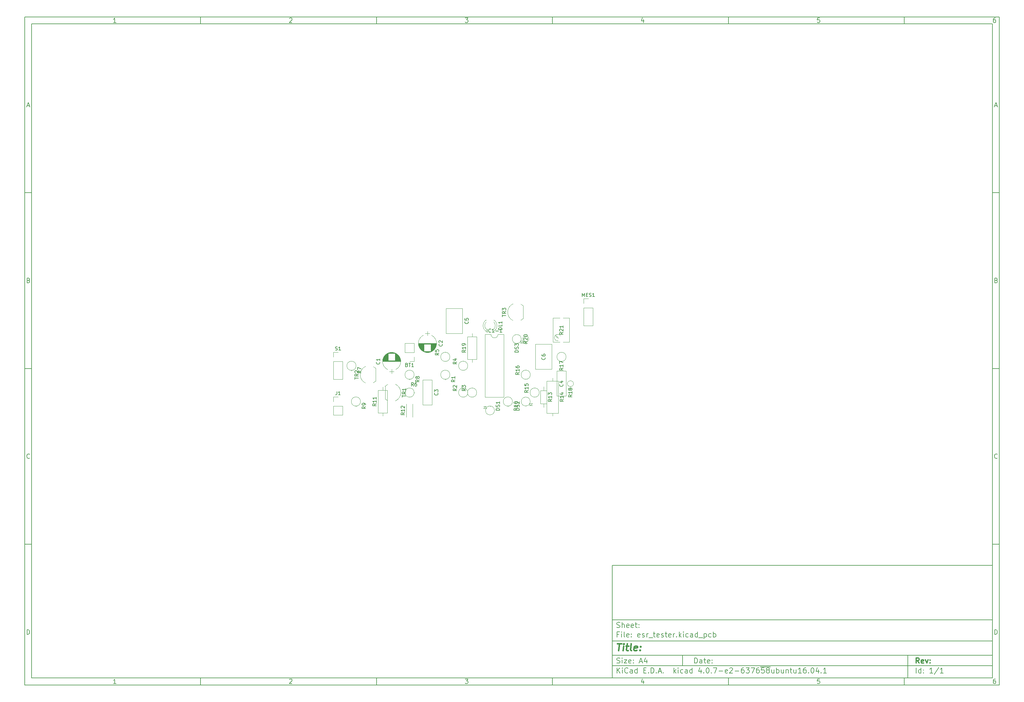
<source format=gbr>
G04 #@! TF.FileFunction,Legend,Top*
%FSLAX46Y46*%
G04 Gerber Fmt 4.6, Leading zero omitted, Abs format (unit mm)*
G04 Created by KiCad (PCBNEW 4.0.7-e2-6376~58~ubuntu16.04.1) date Mon Dec 11 22:35:03 2017*
%MOMM*%
%LPD*%
G01*
G04 APERTURE LIST*
%ADD10C,0.100000*%
%ADD11C,0.150000*%
%ADD12C,0.300000*%
%ADD13C,0.400000*%
%ADD14C,0.120000*%
G04 APERTURE END LIST*
D10*
D11*
X177002200Y-166007200D02*
X177002200Y-198007200D01*
X285002200Y-198007200D01*
X285002200Y-166007200D01*
X177002200Y-166007200D01*
D10*
D11*
X10000000Y-10000000D02*
X10000000Y-200007200D01*
X287002200Y-200007200D01*
X287002200Y-10000000D01*
X10000000Y-10000000D01*
D10*
D11*
X12000000Y-12000000D02*
X12000000Y-198007200D01*
X285002200Y-198007200D01*
X285002200Y-12000000D01*
X12000000Y-12000000D01*
D10*
D11*
X60000000Y-12000000D02*
X60000000Y-10000000D01*
D10*
D11*
X110000000Y-12000000D02*
X110000000Y-10000000D01*
D10*
D11*
X160000000Y-12000000D02*
X160000000Y-10000000D01*
D10*
D11*
X210000000Y-12000000D02*
X210000000Y-10000000D01*
D10*
D11*
X260000000Y-12000000D02*
X260000000Y-10000000D01*
D10*
D11*
X35990476Y-11588095D02*
X35247619Y-11588095D01*
X35619048Y-11588095D02*
X35619048Y-10288095D01*
X35495238Y-10473810D01*
X35371429Y-10597619D01*
X35247619Y-10659524D01*
D10*
D11*
X85247619Y-10411905D02*
X85309524Y-10350000D01*
X85433333Y-10288095D01*
X85742857Y-10288095D01*
X85866667Y-10350000D01*
X85928571Y-10411905D01*
X85990476Y-10535714D01*
X85990476Y-10659524D01*
X85928571Y-10845238D01*
X85185714Y-11588095D01*
X85990476Y-11588095D01*
D10*
D11*
X135185714Y-10288095D02*
X135990476Y-10288095D01*
X135557143Y-10783333D01*
X135742857Y-10783333D01*
X135866667Y-10845238D01*
X135928571Y-10907143D01*
X135990476Y-11030952D01*
X135990476Y-11340476D01*
X135928571Y-11464286D01*
X135866667Y-11526190D01*
X135742857Y-11588095D01*
X135371429Y-11588095D01*
X135247619Y-11526190D01*
X135185714Y-11464286D01*
D10*
D11*
X185866667Y-10721429D02*
X185866667Y-11588095D01*
X185557143Y-10226190D02*
X185247619Y-11154762D01*
X186052381Y-11154762D01*
D10*
D11*
X235928571Y-10288095D02*
X235309524Y-10288095D01*
X235247619Y-10907143D01*
X235309524Y-10845238D01*
X235433333Y-10783333D01*
X235742857Y-10783333D01*
X235866667Y-10845238D01*
X235928571Y-10907143D01*
X235990476Y-11030952D01*
X235990476Y-11340476D01*
X235928571Y-11464286D01*
X235866667Y-11526190D01*
X235742857Y-11588095D01*
X235433333Y-11588095D01*
X235309524Y-11526190D01*
X235247619Y-11464286D01*
D10*
D11*
X285866667Y-10288095D02*
X285619048Y-10288095D01*
X285495238Y-10350000D01*
X285433333Y-10411905D01*
X285309524Y-10597619D01*
X285247619Y-10845238D01*
X285247619Y-11340476D01*
X285309524Y-11464286D01*
X285371429Y-11526190D01*
X285495238Y-11588095D01*
X285742857Y-11588095D01*
X285866667Y-11526190D01*
X285928571Y-11464286D01*
X285990476Y-11340476D01*
X285990476Y-11030952D01*
X285928571Y-10907143D01*
X285866667Y-10845238D01*
X285742857Y-10783333D01*
X285495238Y-10783333D01*
X285371429Y-10845238D01*
X285309524Y-10907143D01*
X285247619Y-11030952D01*
D10*
D11*
X60000000Y-198007200D02*
X60000000Y-200007200D01*
D10*
D11*
X110000000Y-198007200D02*
X110000000Y-200007200D01*
D10*
D11*
X160000000Y-198007200D02*
X160000000Y-200007200D01*
D10*
D11*
X210000000Y-198007200D02*
X210000000Y-200007200D01*
D10*
D11*
X260000000Y-198007200D02*
X260000000Y-200007200D01*
D10*
D11*
X35990476Y-199595295D02*
X35247619Y-199595295D01*
X35619048Y-199595295D02*
X35619048Y-198295295D01*
X35495238Y-198481010D01*
X35371429Y-198604819D01*
X35247619Y-198666724D01*
D10*
D11*
X85247619Y-198419105D02*
X85309524Y-198357200D01*
X85433333Y-198295295D01*
X85742857Y-198295295D01*
X85866667Y-198357200D01*
X85928571Y-198419105D01*
X85990476Y-198542914D01*
X85990476Y-198666724D01*
X85928571Y-198852438D01*
X85185714Y-199595295D01*
X85990476Y-199595295D01*
D10*
D11*
X135185714Y-198295295D02*
X135990476Y-198295295D01*
X135557143Y-198790533D01*
X135742857Y-198790533D01*
X135866667Y-198852438D01*
X135928571Y-198914343D01*
X135990476Y-199038152D01*
X135990476Y-199347676D01*
X135928571Y-199471486D01*
X135866667Y-199533390D01*
X135742857Y-199595295D01*
X135371429Y-199595295D01*
X135247619Y-199533390D01*
X135185714Y-199471486D01*
D10*
D11*
X185866667Y-198728629D02*
X185866667Y-199595295D01*
X185557143Y-198233390D02*
X185247619Y-199161962D01*
X186052381Y-199161962D01*
D10*
D11*
X235928571Y-198295295D02*
X235309524Y-198295295D01*
X235247619Y-198914343D01*
X235309524Y-198852438D01*
X235433333Y-198790533D01*
X235742857Y-198790533D01*
X235866667Y-198852438D01*
X235928571Y-198914343D01*
X235990476Y-199038152D01*
X235990476Y-199347676D01*
X235928571Y-199471486D01*
X235866667Y-199533390D01*
X235742857Y-199595295D01*
X235433333Y-199595295D01*
X235309524Y-199533390D01*
X235247619Y-199471486D01*
D10*
D11*
X285866667Y-198295295D02*
X285619048Y-198295295D01*
X285495238Y-198357200D01*
X285433333Y-198419105D01*
X285309524Y-198604819D01*
X285247619Y-198852438D01*
X285247619Y-199347676D01*
X285309524Y-199471486D01*
X285371429Y-199533390D01*
X285495238Y-199595295D01*
X285742857Y-199595295D01*
X285866667Y-199533390D01*
X285928571Y-199471486D01*
X285990476Y-199347676D01*
X285990476Y-199038152D01*
X285928571Y-198914343D01*
X285866667Y-198852438D01*
X285742857Y-198790533D01*
X285495238Y-198790533D01*
X285371429Y-198852438D01*
X285309524Y-198914343D01*
X285247619Y-199038152D01*
D10*
D11*
X10000000Y-60000000D02*
X12000000Y-60000000D01*
D10*
D11*
X10000000Y-110000000D02*
X12000000Y-110000000D01*
D10*
D11*
X10000000Y-160000000D02*
X12000000Y-160000000D01*
D10*
D11*
X10690476Y-35216667D02*
X11309524Y-35216667D01*
X10566667Y-35588095D02*
X11000000Y-34288095D01*
X11433333Y-35588095D01*
D10*
D11*
X11092857Y-84907143D02*
X11278571Y-84969048D01*
X11340476Y-85030952D01*
X11402381Y-85154762D01*
X11402381Y-85340476D01*
X11340476Y-85464286D01*
X11278571Y-85526190D01*
X11154762Y-85588095D01*
X10659524Y-85588095D01*
X10659524Y-84288095D01*
X11092857Y-84288095D01*
X11216667Y-84350000D01*
X11278571Y-84411905D01*
X11340476Y-84535714D01*
X11340476Y-84659524D01*
X11278571Y-84783333D01*
X11216667Y-84845238D01*
X11092857Y-84907143D01*
X10659524Y-84907143D01*
D10*
D11*
X11402381Y-135464286D02*
X11340476Y-135526190D01*
X11154762Y-135588095D01*
X11030952Y-135588095D01*
X10845238Y-135526190D01*
X10721429Y-135402381D01*
X10659524Y-135278571D01*
X10597619Y-135030952D01*
X10597619Y-134845238D01*
X10659524Y-134597619D01*
X10721429Y-134473810D01*
X10845238Y-134350000D01*
X11030952Y-134288095D01*
X11154762Y-134288095D01*
X11340476Y-134350000D01*
X11402381Y-134411905D01*
D10*
D11*
X10659524Y-185588095D02*
X10659524Y-184288095D01*
X10969048Y-184288095D01*
X11154762Y-184350000D01*
X11278571Y-184473810D01*
X11340476Y-184597619D01*
X11402381Y-184845238D01*
X11402381Y-185030952D01*
X11340476Y-185278571D01*
X11278571Y-185402381D01*
X11154762Y-185526190D01*
X10969048Y-185588095D01*
X10659524Y-185588095D01*
D10*
D11*
X287002200Y-60000000D02*
X285002200Y-60000000D01*
D10*
D11*
X287002200Y-110000000D02*
X285002200Y-110000000D01*
D10*
D11*
X287002200Y-160000000D02*
X285002200Y-160000000D01*
D10*
D11*
X285692676Y-35216667D02*
X286311724Y-35216667D01*
X285568867Y-35588095D02*
X286002200Y-34288095D01*
X286435533Y-35588095D01*
D10*
D11*
X286095057Y-84907143D02*
X286280771Y-84969048D01*
X286342676Y-85030952D01*
X286404581Y-85154762D01*
X286404581Y-85340476D01*
X286342676Y-85464286D01*
X286280771Y-85526190D01*
X286156962Y-85588095D01*
X285661724Y-85588095D01*
X285661724Y-84288095D01*
X286095057Y-84288095D01*
X286218867Y-84350000D01*
X286280771Y-84411905D01*
X286342676Y-84535714D01*
X286342676Y-84659524D01*
X286280771Y-84783333D01*
X286218867Y-84845238D01*
X286095057Y-84907143D01*
X285661724Y-84907143D01*
D10*
D11*
X286404581Y-135464286D02*
X286342676Y-135526190D01*
X286156962Y-135588095D01*
X286033152Y-135588095D01*
X285847438Y-135526190D01*
X285723629Y-135402381D01*
X285661724Y-135278571D01*
X285599819Y-135030952D01*
X285599819Y-134845238D01*
X285661724Y-134597619D01*
X285723629Y-134473810D01*
X285847438Y-134350000D01*
X286033152Y-134288095D01*
X286156962Y-134288095D01*
X286342676Y-134350000D01*
X286404581Y-134411905D01*
D10*
D11*
X285661724Y-185588095D02*
X285661724Y-184288095D01*
X285971248Y-184288095D01*
X286156962Y-184350000D01*
X286280771Y-184473810D01*
X286342676Y-184597619D01*
X286404581Y-184845238D01*
X286404581Y-185030952D01*
X286342676Y-185278571D01*
X286280771Y-185402381D01*
X286156962Y-185526190D01*
X285971248Y-185588095D01*
X285661724Y-185588095D01*
D10*
D11*
X200359343Y-193785771D02*
X200359343Y-192285771D01*
X200716486Y-192285771D01*
X200930771Y-192357200D01*
X201073629Y-192500057D01*
X201145057Y-192642914D01*
X201216486Y-192928629D01*
X201216486Y-193142914D01*
X201145057Y-193428629D01*
X201073629Y-193571486D01*
X200930771Y-193714343D01*
X200716486Y-193785771D01*
X200359343Y-193785771D01*
X202502200Y-193785771D02*
X202502200Y-193000057D01*
X202430771Y-192857200D01*
X202287914Y-192785771D01*
X202002200Y-192785771D01*
X201859343Y-192857200D01*
X202502200Y-193714343D02*
X202359343Y-193785771D01*
X202002200Y-193785771D01*
X201859343Y-193714343D01*
X201787914Y-193571486D01*
X201787914Y-193428629D01*
X201859343Y-193285771D01*
X202002200Y-193214343D01*
X202359343Y-193214343D01*
X202502200Y-193142914D01*
X203002200Y-192785771D02*
X203573629Y-192785771D01*
X203216486Y-192285771D02*
X203216486Y-193571486D01*
X203287914Y-193714343D01*
X203430772Y-193785771D01*
X203573629Y-193785771D01*
X204645057Y-193714343D02*
X204502200Y-193785771D01*
X204216486Y-193785771D01*
X204073629Y-193714343D01*
X204002200Y-193571486D01*
X204002200Y-193000057D01*
X204073629Y-192857200D01*
X204216486Y-192785771D01*
X204502200Y-192785771D01*
X204645057Y-192857200D01*
X204716486Y-193000057D01*
X204716486Y-193142914D01*
X204002200Y-193285771D01*
X205359343Y-193642914D02*
X205430771Y-193714343D01*
X205359343Y-193785771D01*
X205287914Y-193714343D01*
X205359343Y-193642914D01*
X205359343Y-193785771D01*
X205359343Y-192857200D02*
X205430771Y-192928629D01*
X205359343Y-193000057D01*
X205287914Y-192928629D01*
X205359343Y-192857200D01*
X205359343Y-193000057D01*
D10*
D11*
X177002200Y-194507200D02*
X285002200Y-194507200D01*
D10*
D11*
X178359343Y-196585771D02*
X178359343Y-195085771D01*
X179216486Y-196585771D02*
X178573629Y-195728629D01*
X179216486Y-195085771D02*
X178359343Y-195942914D01*
X179859343Y-196585771D02*
X179859343Y-195585771D01*
X179859343Y-195085771D02*
X179787914Y-195157200D01*
X179859343Y-195228629D01*
X179930771Y-195157200D01*
X179859343Y-195085771D01*
X179859343Y-195228629D01*
X181430772Y-196442914D02*
X181359343Y-196514343D01*
X181145057Y-196585771D01*
X181002200Y-196585771D01*
X180787915Y-196514343D01*
X180645057Y-196371486D01*
X180573629Y-196228629D01*
X180502200Y-195942914D01*
X180502200Y-195728629D01*
X180573629Y-195442914D01*
X180645057Y-195300057D01*
X180787915Y-195157200D01*
X181002200Y-195085771D01*
X181145057Y-195085771D01*
X181359343Y-195157200D01*
X181430772Y-195228629D01*
X182716486Y-196585771D02*
X182716486Y-195800057D01*
X182645057Y-195657200D01*
X182502200Y-195585771D01*
X182216486Y-195585771D01*
X182073629Y-195657200D01*
X182716486Y-196514343D02*
X182573629Y-196585771D01*
X182216486Y-196585771D01*
X182073629Y-196514343D01*
X182002200Y-196371486D01*
X182002200Y-196228629D01*
X182073629Y-196085771D01*
X182216486Y-196014343D01*
X182573629Y-196014343D01*
X182716486Y-195942914D01*
X184073629Y-196585771D02*
X184073629Y-195085771D01*
X184073629Y-196514343D02*
X183930772Y-196585771D01*
X183645058Y-196585771D01*
X183502200Y-196514343D01*
X183430772Y-196442914D01*
X183359343Y-196300057D01*
X183359343Y-195871486D01*
X183430772Y-195728629D01*
X183502200Y-195657200D01*
X183645058Y-195585771D01*
X183930772Y-195585771D01*
X184073629Y-195657200D01*
X185930772Y-195800057D02*
X186430772Y-195800057D01*
X186645058Y-196585771D02*
X185930772Y-196585771D01*
X185930772Y-195085771D01*
X186645058Y-195085771D01*
X187287915Y-196442914D02*
X187359343Y-196514343D01*
X187287915Y-196585771D01*
X187216486Y-196514343D01*
X187287915Y-196442914D01*
X187287915Y-196585771D01*
X188002201Y-196585771D02*
X188002201Y-195085771D01*
X188359344Y-195085771D01*
X188573629Y-195157200D01*
X188716487Y-195300057D01*
X188787915Y-195442914D01*
X188859344Y-195728629D01*
X188859344Y-195942914D01*
X188787915Y-196228629D01*
X188716487Y-196371486D01*
X188573629Y-196514343D01*
X188359344Y-196585771D01*
X188002201Y-196585771D01*
X189502201Y-196442914D02*
X189573629Y-196514343D01*
X189502201Y-196585771D01*
X189430772Y-196514343D01*
X189502201Y-196442914D01*
X189502201Y-196585771D01*
X190145058Y-196157200D02*
X190859344Y-196157200D01*
X190002201Y-196585771D02*
X190502201Y-195085771D01*
X191002201Y-196585771D01*
X191502201Y-196442914D02*
X191573629Y-196514343D01*
X191502201Y-196585771D01*
X191430772Y-196514343D01*
X191502201Y-196442914D01*
X191502201Y-196585771D01*
X194502201Y-196585771D02*
X194502201Y-195085771D01*
X194645058Y-196014343D02*
X195073629Y-196585771D01*
X195073629Y-195585771D02*
X194502201Y-196157200D01*
X195716487Y-196585771D02*
X195716487Y-195585771D01*
X195716487Y-195085771D02*
X195645058Y-195157200D01*
X195716487Y-195228629D01*
X195787915Y-195157200D01*
X195716487Y-195085771D01*
X195716487Y-195228629D01*
X197073630Y-196514343D02*
X196930773Y-196585771D01*
X196645059Y-196585771D01*
X196502201Y-196514343D01*
X196430773Y-196442914D01*
X196359344Y-196300057D01*
X196359344Y-195871486D01*
X196430773Y-195728629D01*
X196502201Y-195657200D01*
X196645059Y-195585771D01*
X196930773Y-195585771D01*
X197073630Y-195657200D01*
X198359344Y-196585771D02*
X198359344Y-195800057D01*
X198287915Y-195657200D01*
X198145058Y-195585771D01*
X197859344Y-195585771D01*
X197716487Y-195657200D01*
X198359344Y-196514343D02*
X198216487Y-196585771D01*
X197859344Y-196585771D01*
X197716487Y-196514343D01*
X197645058Y-196371486D01*
X197645058Y-196228629D01*
X197716487Y-196085771D01*
X197859344Y-196014343D01*
X198216487Y-196014343D01*
X198359344Y-195942914D01*
X199716487Y-196585771D02*
X199716487Y-195085771D01*
X199716487Y-196514343D02*
X199573630Y-196585771D01*
X199287916Y-196585771D01*
X199145058Y-196514343D01*
X199073630Y-196442914D01*
X199002201Y-196300057D01*
X199002201Y-195871486D01*
X199073630Y-195728629D01*
X199145058Y-195657200D01*
X199287916Y-195585771D01*
X199573630Y-195585771D01*
X199716487Y-195657200D01*
X202216487Y-195585771D02*
X202216487Y-196585771D01*
X201859344Y-195014343D02*
X201502201Y-196085771D01*
X202430773Y-196085771D01*
X203002201Y-196442914D02*
X203073629Y-196514343D01*
X203002201Y-196585771D01*
X202930772Y-196514343D01*
X203002201Y-196442914D01*
X203002201Y-196585771D01*
X204002201Y-195085771D02*
X204145058Y-195085771D01*
X204287915Y-195157200D01*
X204359344Y-195228629D01*
X204430773Y-195371486D01*
X204502201Y-195657200D01*
X204502201Y-196014343D01*
X204430773Y-196300057D01*
X204359344Y-196442914D01*
X204287915Y-196514343D01*
X204145058Y-196585771D01*
X204002201Y-196585771D01*
X203859344Y-196514343D01*
X203787915Y-196442914D01*
X203716487Y-196300057D01*
X203645058Y-196014343D01*
X203645058Y-195657200D01*
X203716487Y-195371486D01*
X203787915Y-195228629D01*
X203859344Y-195157200D01*
X204002201Y-195085771D01*
X205145058Y-196442914D02*
X205216486Y-196514343D01*
X205145058Y-196585771D01*
X205073629Y-196514343D01*
X205145058Y-196442914D01*
X205145058Y-196585771D01*
X205716487Y-195085771D02*
X206716487Y-195085771D01*
X206073630Y-196585771D01*
X207287915Y-196014343D02*
X208430772Y-196014343D01*
X209716486Y-196514343D02*
X209573629Y-196585771D01*
X209287915Y-196585771D01*
X209145058Y-196514343D01*
X209073629Y-196371486D01*
X209073629Y-195800057D01*
X209145058Y-195657200D01*
X209287915Y-195585771D01*
X209573629Y-195585771D01*
X209716486Y-195657200D01*
X209787915Y-195800057D01*
X209787915Y-195942914D01*
X209073629Y-196085771D01*
X210359343Y-195228629D02*
X210430772Y-195157200D01*
X210573629Y-195085771D01*
X210930772Y-195085771D01*
X211073629Y-195157200D01*
X211145058Y-195228629D01*
X211216486Y-195371486D01*
X211216486Y-195514343D01*
X211145058Y-195728629D01*
X210287915Y-196585771D01*
X211216486Y-196585771D01*
X211859343Y-196014343D02*
X213002200Y-196014343D01*
X214359343Y-195085771D02*
X214073629Y-195085771D01*
X213930772Y-195157200D01*
X213859343Y-195228629D01*
X213716486Y-195442914D01*
X213645057Y-195728629D01*
X213645057Y-196300057D01*
X213716486Y-196442914D01*
X213787914Y-196514343D01*
X213930772Y-196585771D01*
X214216486Y-196585771D01*
X214359343Y-196514343D01*
X214430772Y-196442914D01*
X214502200Y-196300057D01*
X214502200Y-195942914D01*
X214430772Y-195800057D01*
X214359343Y-195728629D01*
X214216486Y-195657200D01*
X213930772Y-195657200D01*
X213787914Y-195728629D01*
X213716486Y-195800057D01*
X213645057Y-195942914D01*
X215002200Y-195085771D02*
X215930771Y-195085771D01*
X215430771Y-195657200D01*
X215645057Y-195657200D01*
X215787914Y-195728629D01*
X215859343Y-195800057D01*
X215930771Y-195942914D01*
X215930771Y-196300057D01*
X215859343Y-196442914D01*
X215787914Y-196514343D01*
X215645057Y-196585771D01*
X215216485Y-196585771D01*
X215073628Y-196514343D01*
X215002200Y-196442914D01*
X216430771Y-195085771D02*
X217430771Y-195085771D01*
X216787914Y-196585771D01*
X218645056Y-195085771D02*
X218359342Y-195085771D01*
X218216485Y-195157200D01*
X218145056Y-195228629D01*
X218002199Y-195442914D01*
X217930770Y-195728629D01*
X217930770Y-196300057D01*
X218002199Y-196442914D01*
X218073627Y-196514343D01*
X218216485Y-196585771D01*
X218502199Y-196585771D01*
X218645056Y-196514343D01*
X218716485Y-196442914D01*
X218787913Y-196300057D01*
X218787913Y-195942914D01*
X218716485Y-195800057D01*
X218645056Y-195728629D01*
X218502199Y-195657200D01*
X218216485Y-195657200D01*
X218073627Y-195728629D01*
X218002199Y-195800057D01*
X217930770Y-195942914D01*
X220145056Y-195085771D02*
X219430770Y-195085771D01*
X219359341Y-195800057D01*
X219430770Y-195728629D01*
X219573627Y-195657200D01*
X219930770Y-195657200D01*
X220073627Y-195728629D01*
X220145056Y-195800057D01*
X220216484Y-195942914D01*
X220216484Y-196300057D01*
X220145056Y-196442914D01*
X220073627Y-196514343D01*
X219930770Y-196585771D01*
X219573627Y-196585771D01*
X219430770Y-196514343D01*
X219359341Y-196442914D01*
X221073627Y-195728629D02*
X220930769Y-195657200D01*
X220859341Y-195585771D01*
X220787912Y-195442914D01*
X220787912Y-195371486D01*
X220859341Y-195228629D01*
X220930769Y-195157200D01*
X221073627Y-195085771D01*
X221359341Y-195085771D01*
X221502198Y-195157200D01*
X221573627Y-195228629D01*
X221645055Y-195371486D01*
X221645055Y-195442914D01*
X221573627Y-195585771D01*
X221502198Y-195657200D01*
X221359341Y-195728629D01*
X221073627Y-195728629D01*
X220930769Y-195800057D01*
X220859341Y-195871486D01*
X220787912Y-196014343D01*
X220787912Y-196300057D01*
X220859341Y-196442914D01*
X220930769Y-196514343D01*
X221073627Y-196585771D01*
X221359341Y-196585771D01*
X221502198Y-196514343D01*
X221573627Y-196442914D01*
X221645055Y-196300057D01*
X221645055Y-196014343D01*
X221573627Y-195871486D01*
X221502198Y-195800057D01*
X221359341Y-195728629D01*
X219073627Y-194827200D02*
X221930769Y-194827200D01*
X222930769Y-195585771D02*
X222930769Y-196585771D01*
X222287912Y-195585771D02*
X222287912Y-196371486D01*
X222359340Y-196514343D01*
X222502198Y-196585771D01*
X222716483Y-196585771D01*
X222859340Y-196514343D01*
X222930769Y-196442914D01*
X223645055Y-196585771D02*
X223645055Y-195085771D01*
X223645055Y-195657200D02*
X223787912Y-195585771D01*
X224073626Y-195585771D01*
X224216483Y-195657200D01*
X224287912Y-195728629D01*
X224359341Y-195871486D01*
X224359341Y-196300057D01*
X224287912Y-196442914D01*
X224216483Y-196514343D01*
X224073626Y-196585771D01*
X223787912Y-196585771D01*
X223645055Y-196514343D01*
X225645055Y-195585771D02*
X225645055Y-196585771D01*
X225002198Y-195585771D02*
X225002198Y-196371486D01*
X225073626Y-196514343D01*
X225216484Y-196585771D01*
X225430769Y-196585771D01*
X225573626Y-196514343D01*
X225645055Y-196442914D01*
X226359341Y-195585771D02*
X226359341Y-196585771D01*
X226359341Y-195728629D02*
X226430769Y-195657200D01*
X226573627Y-195585771D01*
X226787912Y-195585771D01*
X226930769Y-195657200D01*
X227002198Y-195800057D01*
X227002198Y-196585771D01*
X227502198Y-195585771D02*
X228073627Y-195585771D01*
X227716484Y-195085771D02*
X227716484Y-196371486D01*
X227787912Y-196514343D01*
X227930770Y-196585771D01*
X228073627Y-196585771D01*
X229216484Y-195585771D02*
X229216484Y-196585771D01*
X228573627Y-195585771D02*
X228573627Y-196371486D01*
X228645055Y-196514343D01*
X228787913Y-196585771D01*
X229002198Y-196585771D01*
X229145055Y-196514343D01*
X229216484Y-196442914D01*
X230716484Y-196585771D02*
X229859341Y-196585771D01*
X230287913Y-196585771D02*
X230287913Y-195085771D01*
X230145056Y-195300057D01*
X230002198Y-195442914D01*
X229859341Y-195514343D01*
X232002198Y-195085771D02*
X231716484Y-195085771D01*
X231573627Y-195157200D01*
X231502198Y-195228629D01*
X231359341Y-195442914D01*
X231287912Y-195728629D01*
X231287912Y-196300057D01*
X231359341Y-196442914D01*
X231430769Y-196514343D01*
X231573627Y-196585771D01*
X231859341Y-196585771D01*
X232002198Y-196514343D01*
X232073627Y-196442914D01*
X232145055Y-196300057D01*
X232145055Y-195942914D01*
X232073627Y-195800057D01*
X232002198Y-195728629D01*
X231859341Y-195657200D01*
X231573627Y-195657200D01*
X231430769Y-195728629D01*
X231359341Y-195800057D01*
X231287912Y-195942914D01*
X232787912Y-196442914D02*
X232859340Y-196514343D01*
X232787912Y-196585771D01*
X232716483Y-196514343D01*
X232787912Y-196442914D01*
X232787912Y-196585771D01*
X233787912Y-195085771D02*
X233930769Y-195085771D01*
X234073626Y-195157200D01*
X234145055Y-195228629D01*
X234216484Y-195371486D01*
X234287912Y-195657200D01*
X234287912Y-196014343D01*
X234216484Y-196300057D01*
X234145055Y-196442914D01*
X234073626Y-196514343D01*
X233930769Y-196585771D01*
X233787912Y-196585771D01*
X233645055Y-196514343D01*
X233573626Y-196442914D01*
X233502198Y-196300057D01*
X233430769Y-196014343D01*
X233430769Y-195657200D01*
X233502198Y-195371486D01*
X233573626Y-195228629D01*
X233645055Y-195157200D01*
X233787912Y-195085771D01*
X235573626Y-195585771D02*
X235573626Y-196585771D01*
X235216483Y-195014343D02*
X234859340Y-196085771D01*
X235787912Y-196085771D01*
X236359340Y-196442914D02*
X236430768Y-196514343D01*
X236359340Y-196585771D01*
X236287911Y-196514343D01*
X236359340Y-196442914D01*
X236359340Y-196585771D01*
X237859340Y-196585771D02*
X237002197Y-196585771D01*
X237430769Y-196585771D02*
X237430769Y-195085771D01*
X237287912Y-195300057D01*
X237145054Y-195442914D01*
X237002197Y-195514343D01*
D10*
D11*
X177002200Y-191507200D02*
X285002200Y-191507200D01*
D10*
D12*
X264216486Y-193785771D02*
X263716486Y-193071486D01*
X263359343Y-193785771D02*
X263359343Y-192285771D01*
X263930771Y-192285771D01*
X264073629Y-192357200D01*
X264145057Y-192428629D01*
X264216486Y-192571486D01*
X264216486Y-192785771D01*
X264145057Y-192928629D01*
X264073629Y-193000057D01*
X263930771Y-193071486D01*
X263359343Y-193071486D01*
X265430771Y-193714343D02*
X265287914Y-193785771D01*
X265002200Y-193785771D01*
X264859343Y-193714343D01*
X264787914Y-193571486D01*
X264787914Y-193000057D01*
X264859343Y-192857200D01*
X265002200Y-192785771D01*
X265287914Y-192785771D01*
X265430771Y-192857200D01*
X265502200Y-193000057D01*
X265502200Y-193142914D01*
X264787914Y-193285771D01*
X266002200Y-192785771D02*
X266359343Y-193785771D01*
X266716485Y-192785771D01*
X267287914Y-193642914D02*
X267359342Y-193714343D01*
X267287914Y-193785771D01*
X267216485Y-193714343D01*
X267287914Y-193642914D01*
X267287914Y-193785771D01*
X267287914Y-192857200D02*
X267359342Y-192928629D01*
X267287914Y-193000057D01*
X267216485Y-192928629D01*
X267287914Y-192857200D01*
X267287914Y-193000057D01*
D10*
D11*
X178287914Y-193714343D02*
X178502200Y-193785771D01*
X178859343Y-193785771D01*
X179002200Y-193714343D01*
X179073629Y-193642914D01*
X179145057Y-193500057D01*
X179145057Y-193357200D01*
X179073629Y-193214343D01*
X179002200Y-193142914D01*
X178859343Y-193071486D01*
X178573629Y-193000057D01*
X178430771Y-192928629D01*
X178359343Y-192857200D01*
X178287914Y-192714343D01*
X178287914Y-192571486D01*
X178359343Y-192428629D01*
X178430771Y-192357200D01*
X178573629Y-192285771D01*
X178930771Y-192285771D01*
X179145057Y-192357200D01*
X179787914Y-193785771D02*
X179787914Y-192785771D01*
X179787914Y-192285771D02*
X179716485Y-192357200D01*
X179787914Y-192428629D01*
X179859342Y-192357200D01*
X179787914Y-192285771D01*
X179787914Y-192428629D01*
X180359343Y-192785771D02*
X181145057Y-192785771D01*
X180359343Y-193785771D01*
X181145057Y-193785771D01*
X182287914Y-193714343D02*
X182145057Y-193785771D01*
X181859343Y-193785771D01*
X181716486Y-193714343D01*
X181645057Y-193571486D01*
X181645057Y-193000057D01*
X181716486Y-192857200D01*
X181859343Y-192785771D01*
X182145057Y-192785771D01*
X182287914Y-192857200D01*
X182359343Y-193000057D01*
X182359343Y-193142914D01*
X181645057Y-193285771D01*
X183002200Y-193642914D02*
X183073628Y-193714343D01*
X183002200Y-193785771D01*
X182930771Y-193714343D01*
X183002200Y-193642914D01*
X183002200Y-193785771D01*
X183002200Y-192857200D02*
X183073628Y-192928629D01*
X183002200Y-193000057D01*
X182930771Y-192928629D01*
X183002200Y-192857200D01*
X183002200Y-193000057D01*
X184787914Y-193357200D02*
X185502200Y-193357200D01*
X184645057Y-193785771D02*
X185145057Y-192285771D01*
X185645057Y-193785771D01*
X186787914Y-192785771D02*
X186787914Y-193785771D01*
X186430771Y-192214343D02*
X186073628Y-193285771D01*
X187002200Y-193285771D01*
D10*
D11*
X263359343Y-196585771D02*
X263359343Y-195085771D01*
X264716486Y-196585771D02*
X264716486Y-195085771D01*
X264716486Y-196514343D02*
X264573629Y-196585771D01*
X264287915Y-196585771D01*
X264145057Y-196514343D01*
X264073629Y-196442914D01*
X264002200Y-196300057D01*
X264002200Y-195871486D01*
X264073629Y-195728629D01*
X264145057Y-195657200D01*
X264287915Y-195585771D01*
X264573629Y-195585771D01*
X264716486Y-195657200D01*
X265430772Y-196442914D02*
X265502200Y-196514343D01*
X265430772Y-196585771D01*
X265359343Y-196514343D01*
X265430772Y-196442914D01*
X265430772Y-196585771D01*
X265430772Y-195657200D02*
X265502200Y-195728629D01*
X265430772Y-195800057D01*
X265359343Y-195728629D01*
X265430772Y-195657200D01*
X265430772Y-195800057D01*
X268073629Y-196585771D02*
X267216486Y-196585771D01*
X267645058Y-196585771D02*
X267645058Y-195085771D01*
X267502201Y-195300057D01*
X267359343Y-195442914D01*
X267216486Y-195514343D01*
X269787914Y-195014343D02*
X268502200Y-196942914D01*
X271073629Y-196585771D02*
X270216486Y-196585771D01*
X270645058Y-196585771D02*
X270645058Y-195085771D01*
X270502201Y-195300057D01*
X270359343Y-195442914D01*
X270216486Y-195514343D01*
D10*
D11*
X177002200Y-187507200D02*
X285002200Y-187507200D01*
D10*
D13*
X178454581Y-188211962D02*
X179597438Y-188211962D01*
X178776010Y-190211962D02*
X179026010Y-188211962D01*
X180014105Y-190211962D02*
X180180771Y-188878629D01*
X180264105Y-188211962D02*
X180156962Y-188307200D01*
X180240295Y-188402438D01*
X180347439Y-188307200D01*
X180264105Y-188211962D01*
X180240295Y-188402438D01*
X180847438Y-188878629D02*
X181609343Y-188878629D01*
X181216486Y-188211962D02*
X181002200Y-189926248D01*
X181073630Y-190116724D01*
X181252201Y-190211962D01*
X181442677Y-190211962D01*
X182395058Y-190211962D02*
X182216487Y-190116724D01*
X182145057Y-189926248D01*
X182359343Y-188211962D01*
X183930772Y-190116724D02*
X183728391Y-190211962D01*
X183347439Y-190211962D01*
X183168867Y-190116724D01*
X183097438Y-189926248D01*
X183192676Y-189164343D01*
X183311724Y-188973867D01*
X183514105Y-188878629D01*
X183895057Y-188878629D01*
X184073629Y-188973867D01*
X184145057Y-189164343D01*
X184121248Y-189354819D01*
X183145057Y-189545295D01*
X184895057Y-190021486D02*
X184978392Y-190116724D01*
X184871248Y-190211962D01*
X184787915Y-190116724D01*
X184895057Y-190021486D01*
X184871248Y-190211962D01*
X185026010Y-188973867D02*
X185109344Y-189069105D01*
X185002200Y-189164343D01*
X184918867Y-189069105D01*
X185026010Y-188973867D01*
X185002200Y-189164343D01*
D10*
D11*
X178859343Y-185600057D02*
X178359343Y-185600057D01*
X178359343Y-186385771D02*
X178359343Y-184885771D01*
X179073629Y-184885771D01*
X179645057Y-186385771D02*
X179645057Y-185385771D01*
X179645057Y-184885771D02*
X179573628Y-184957200D01*
X179645057Y-185028629D01*
X179716485Y-184957200D01*
X179645057Y-184885771D01*
X179645057Y-185028629D01*
X180573629Y-186385771D02*
X180430771Y-186314343D01*
X180359343Y-186171486D01*
X180359343Y-184885771D01*
X181716485Y-186314343D02*
X181573628Y-186385771D01*
X181287914Y-186385771D01*
X181145057Y-186314343D01*
X181073628Y-186171486D01*
X181073628Y-185600057D01*
X181145057Y-185457200D01*
X181287914Y-185385771D01*
X181573628Y-185385771D01*
X181716485Y-185457200D01*
X181787914Y-185600057D01*
X181787914Y-185742914D01*
X181073628Y-185885771D01*
X182430771Y-186242914D02*
X182502199Y-186314343D01*
X182430771Y-186385771D01*
X182359342Y-186314343D01*
X182430771Y-186242914D01*
X182430771Y-186385771D01*
X182430771Y-185457200D02*
X182502199Y-185528629D01*
X182430771Y-185600057D01*
X182359342Y-185528629D01*
X182430771Y-185457200D01*
X182430771Y-185600057D01*
X184859342Y-186314343D02*
X184716485Y-186385771D01*
X184430771Y-186385771D01*
X184287914Y-186314343D01*
X184216485Y-186171486D01*
X184216485Y-185600057D01*
X184287914Y-185457200D01*
X184430771Y-185385771D01*
X184716485Y-185385771D01*
X184859342Y-185457200D01*
X184930771Y-185600057D01*
X184930771Y-185742914D01*
X184216485Y-185885771D01*
X185502199Y-186314343D02*
X185645056Y-186385771D01*
X185930771Y-186385771D01*
X186073628Y-186314343D01*
X186145056Y-186171486D01*
X186145056Y-186100057D01*
X186073628Y-185957200D01*
X185930771Y-185885771D01*
X185716485Y-185885771D01*
X185573628Y-185814343D01*
X185502199Y-185671486D01*
X185502199Y-185600057D01*
X185573628Y-185457200D01*
X185716485Y-185385771D01*
X185930771Y-185385771D01*
X186073628Y-185457200D01*
X186787914Y-186385771D02*
X186787914Y-185385771D01*
X186787914Y-185671486D02*
X186859342Y-185528629D01*
X186930771Y-185457200D01*
X187073628Y-185385771D01*
X187216485Y-185385771D01*
X187359342Y-186528629D02*
X188502199Y-186528629D01*
X188645056Y-185385771D02*
X189216485Y-185385771D01*
X188859342Y-184885771D02*
X188859342Y-186171486D01*
X188930770Y-186314343D01*
X189073628Y-186385771D01*
X189216485Y-186385771D01*
X190287913Y-186314343D02*
X190145056Y-186385771D01*
X189859342Y-186385771D01*
X189716485Y-186314343D01*
X189645056Y-186171486D01*
X189645056Y-185600057D01*
X189716485Y-185457200D01*
X189859342Y-185385771D01*
X190145056Y-185385771D01*
X190287913Y-185457200D01*
X190359342Y-185600057D01*
X190359342Y-185742914D01*
X189645056Y-185885771D01*
X190930770Y-186314343D02*
X191073627Y-186385771D01*
X191359342Y-186385771D01*
X191502199Y-186314343D01*
X191573627Y-186171486D01*
X191573627Y-186100057D01*
X191502199Y-185957200D01*
X191359342Y-185885771D01*
X191145056Y-185885771D01*
X191002199Y-185814343D01*
X190930770Y-185671486D01*
X190930770Y-185600057D01*
X191002199Y-185457200D01*
X191145056Y-185385771D01*
X191359342Y-185385771D01*
X191502199Y-185457200D01*
X192002199Y-185385771D02*
X192573628Y-185385771D01*
X192216485Y-184885771D02*
X192216485Y-186171486D01*
X192287913Y-186314343D01*
X192430771Y-186385771D01*
X192573628Y-186385771D01*
X193645056Y-186314343D02*
X193502199Y-186385771D01*
X193216485Y-186385771D01*
X193073628Y-186314343D01*
X193002199Y-186171486D01*
X193002199Y-185600057D01*
X193073628Y-185457200D01*
X193216485Y-185385771D01*
X193502199Y-185385771D01*
X193645056Y-185457200D01*
X193716485Y-185600057D01*
X193716485Y-185742914D01*
X193002199Y-185885771D01*
X194359342Y-186385771D02*
X194359342Y-185385771D01*
X194359342Y-185671486D02*
X194430770Y-185528629D01*
X194502199Y-185457200D01*
X194645056Y-185385771D01*
X194787913Y-185385771D01*
X195287913Y-186242914D02*
X195359341Y-186314343D01*
X195287913Y-186385771D01*
X195216484Y-186314343D01*
X195287913Y-186242914D01*
X195287913Y-186385771D01*
X196002199Y-186385771D02*
X196002199Y-184885771D01*
X196145056Y-185814343D02*
X196573627Y-186385771D01*
X196573627Y-185385771D02*
X196002199Y-185957200D01*
X197216485Y-186385771D02*
X197216485Y-185385771D01*
X197216485Y-184885771D02*
X197145056Y-184957200D01*
X197216485Y-185028629D01*
X197287913Y-184957200D01*
X197216485Y-184885771D01*
X197216485Y-185028629D01*
X198573628Y-186314343D02*
X198430771Y-186385771D01*
X198145057Y-186385771D01*
X198002199Y-186314343D01*
X197930771Y-186242914D01*
X197859342Y-186100057D01*
X197859342Y-185671486D01*
X197930771Y-185528629D01*
X198002199Y-185457200D01*
X198145057Y-185385771D01*
X198430771Y-185385771D01*
X198573628Y-185457200D01*
X199859342Y-186385771D02*
X199859342Y-185600057D01*
X199787913Y-185457200D01*
X199645056Y-185385771D01*
X199359342Y-185385771D01*
X199216485Y-185457200D01*
X199859342Y-186314343D02*
X199716485Y-186385771D01*
X199359342Y-186385771D01*
X199216485Y-186314343D01*
X199145056Y-186171486D01*
X199145056Y-186028629D01*
X199216485Y-185885771D01*
X199359342Y-185814343D01*
X199716485Y-185814343D01*
X199859342Y-185742914D01*
X201216485Y-186385771D02*
X201216485Y-184885771D01*
X201216485Y-186314343D02*
X201073628Y-186385771D01*
X200787914Y-186385771D01*
X200645056Y-186314343D01*
X200573628Y-186242914D01*
X200502199Y-186100057D01*
X200502199Y-185671486D01*
X200573628Y-185528629D01*
X200645056Y-185457200D01*
X200787914Y-185385771D01*
X201073628Y-185385771D01*
X201216485Y-185457200D01*
X201573628Y-186528629D02*
X202716485Y-186528629D01*
X203073628Y-185385771D02*
X203073628Y-186885771D01*
X203073628Y-185457200D02*
X203216485Y-185385771D01*
X203502199Y-185385771D01*
X203645056Y-185457200D01*
X203716485Y-185528629D01*
X203787914Y-185671486D01*
X203787914Y-186100057D01*
X203716485Y-186242914D01*
X203645056Y-186314343D01*
X203502199Y-186385771D01*
X203216485Y-186385771D01*
X203073628Y-186314343D01*
X205073628Y-186314343D02*
X204930771Y-186385771D01*
X204645057Y-186385771D01*
X204502199Y-186314343D01*
X204430771Y-186242914D01*
X204359342Y-186100057D01*
X204359342Y-185671486D01*
X204430771Y-185528629D01*
X204502199Y-185457200D01*
X204645057Y-185385771D01*
X204930771Y-185385771D01*
X205073628Y-185457200D01*
X205716485Y-186385771D02*
X205716485Y-184885771D01*
X205716485Y-185457200D02*
X205859342Y-185385771D01*
X206145056Y-185385771D01*
X206287913Y-185457200D01*
X206359342Y-185528629D01*
X206430771Y-185671486D01*
X206430771Y-186100057D01*
X206359342Y-186242914D01*
X206287913Y-186314343D01*
X206145056Y-186385771D01*
X205859342Y-186385771D01*
X205716485Y-186314343D01*
D10*
D11*
X177002200Y-181507200D02*
X285002200Y-181507200D01*
D10*
D11*
X178287914Y-183614343D02*
X178502200Y-183685771D01*
X178859343Y-183685771D01*
X179002200Y-183614343D01*
X179073629Y-183542914D01*
X179145057Y-183400057D01*
X179145057Y-183257200D01*
X179073629Y-183114343D01*
X179002200Y-183042914D01*
X178859343Y-182971486D01*
X178573629Y-182900057D01*
X178430771Y-182828629D01*
X178359343Y-182757200D01*
X178287914Y-182614343D01*
X178287914Y-182471486D01*
X178359343Y-182328629D01*
X178430771Y-182257200D01*
X178573629Y-182185771D01*
X178930771Y-182185771D01*
X179145057Y-182257200D01*
X179787914Y-183685771D02*
X179787914Y-182185771D01*
X180430771Y-183685771D02*
X180430771Y-182900057D01*
X180359342Y-182757200D01*
X180216485Y-182685771D01*
X180002200Y-182685771D01*
X179859342Y-182757200D01*
X179787914Y-182828629D01*
X181716485Y-183614343D02*
X181573628Y-183685771D01*
X181287914Y-183685771D01*
X181145057Y-183614343D01*
X181073628Y-183471486D01*
X181073628Y-182900057D01*
X181145057Y-182757200D01*
X181287914Y-182685771D01*
X181573628Y-182685771D01*
X181716485Y-182757200D01*
X181787914Y-182900057D01*
X181787914Y-183042914D01*
X181073628Y-183185771D01*
X183002199Y-183614343D02*
X182859342Y-183685771D01*
X182573628Y-183685771D01*
X182430771Y-183614343D01*
X182359342Y-183471486D01*
X182359342Y-182900057D01*
X182430771Y-182757200D01*
X182573628Y-182685771D01*
X182859342Y-182685771D01*
X183002199Y-182757200D01*
X183073628Y-182900057D01*
X183073628Y-183042914D01*
X182359342Y-183185771D01*
X183502199Y-182685771D02*
X184073628Y-182685771D01*
X183716485Y-182185771D02*
X183716485Y-183471486D01*
X183787913Y-183614343D01*
X183930771Y-183685771D01*
X184073628Y-183685771D01*
X184573628Y-183542914D02*
X184645056Y-183614343D01*
X184573628Y-183685771D01*
X184502199Y-183614343D01*
X184573628Y-183542914D01*
X184573628Y-183685771D01*
X184573628Y-182757200D02*
X184645056Y-182828629D01*
X184573628Y-182900057D01*
X184502199Y-182828629D01*
X184573628Y-182757200D01*
X184573628Y-182900057D01*
D10*
D11*
X197002200Y-191507200D02*
X197002200Y-194507200D01*
D10*
D11*
X261002200Y-191507200D02*
X261002200Y-198007200D01*
D14*
X135850000Y-107350000D02*
X138470000Y-107350000D01*
X138470000Y-107350000D02*
X138470000Y-100930000D01*
X138470000Y-100930000D02*
X135850000Y-100930000D01*
X135850000Y-100930000D02*
X135850000Y-107350000D01*
X137160000Y-108240000D02*
X137160000Y-107350000D01*
X137160000Y-100040000D02*
X137160000Y-100930000D01*
X163870000Y-106680000D02*
G75*
G03X163870000Y-106680000I-1310000J0D01*
G01*
X162560000Y-107990000D02*
X162560000Y-108120000D01*
X153710000Y-111760000D02*
G75*
G03X153710000Y-111760000I-1310000J0D01*
G01*
X152400000Y-110450000D02*
X152400000Y-110320000D01*
X156250000Y-116840000D02*
G75*
G03X156250000Y-116840000I-1310000J0D01*
G01*
X154940000Y-115530000D02*
X154940000Y-115400000D01*
X148630000Y-119380000D02*
G75*
G03X148630000Y-119380000I-1310000J0D01*
G01*
X147320000Y-120690000D02*
X147320000Y-120820000D01*
X105450000Y-119380000D02*
G75*
G03X105450000Y-119380000I-1310000J0D01*
G01*
X104140000Y-120690000D02*
X104140000Y-120820000D01*
X120690000Y-111760000D02*
G75*
G03X120690000Y-111760000I-1310000J0D01*
G01*
X119380000Y-113070000D02*
X119380000Y-113200000D01*
X104180000Y-109220000D02*
G75*
G03X104180000Y-109220000I-1310000J0D01*
G01*
X102870000Y-110530000D02*
X102870000Y-110660000D01*
X120690000Y-116840000D02*
G75*
G03X120690000Y-116840000I-1310000J0D01*
G01*
X120690000Y-116840000D02*
X120820000Y-116840000D01*
X130850000Y-106680000D02*
G75*
G03X130850000Y-106680000I-1310000J0D01*
G01*
X129540000Y-105370000D02*
X129540000Y-105240000D01*
X135930000Y-109220000D02*
G75*
G03X135930000Y-109220000I-1310000J0D01*
G01*
X134620000Y-107910000D02*
X134620000Y-107780000D01*
X138470000Y-116840000D02*
G75*
G03X138470000Y-116840000I-1310000J0D01*
G01*
X137160000Y-115530000D02*
X137160000Y-115400000D01*
X135930000Y-116840000D02*
G75*
G03X135930000Y-116840000I-1310000J0D01*
G01*
X134620000Y-115530000D02*
X134620000Y-115400000D01*
X130850000Y-111760000D02*
G75*
G03X130850000Y-111760000I-1310000J0D01*
G01*
X129540000Y-113070000D02*
X129540000Y-113200000D01*
X120710000Y-105410000D02*
X120710000Y-102810000D01*
X120710000Y-102810000D02*
X118050000Y-102810000D01*
X118050000Y-102810000D02*
X118050000Y-105410000D01*
X118050000Y-105410000D02*
X120710000Y-105410000D01*
X120710000Y-106680000D02*
X120710000Y-108010000D01*
X120710000Y-108010000D02*
X119380000Y-108010000D01*
X113120277Y-105664278D02*
G75*
G03X113120000Y-110275580I1179723J-2305722D01*
G01*
X115479723Y-105664278D02*
G75*
G02X115480000Y-110275580I-1179723J-2305722D01*
G01*
X115479723Y-105664278D02*
G75*
G03X113120000Y-105664420I-1179723J-2305722D01*
G01*
X111750000Y-107970000D02*
X116850000Y-107970000D01*
X111750000Y-107930000D02*
X116850000Y-107930000D01*
X111751000Y-107890000D02*
X116849000Y-107890000D01*
X111752000Y-107850000D02*
X116848000Y-107850000D01*
X111754000Y-107810000D02*
X116846000Y-107810000D01*
X111757000Y-107770000D02*
X116843000Y-107770000D01*
X111761000Y-107730000D02*
X116839000Y-107730000D01*
X111765000Y-107690000D02*
X113320000Y-107690000D01*
X115280000Y-107690000D02*
X116835000Y-107690000D01*
X111769000Y-107650000D02*
X113320000Y-107650000D01*
X115280000Y-107650000D02*
X116831000Y-107650000D01*
X111775000Y-107610000D02*
X113320000Y-107610000D01*
X115280000Y-107610000D02*
X116825000Y-107610000D01*
X111781000Y-107570000D02*
X113320000Y-107570000D01*
X115280000Y-107570000D02*
X116819000Y-107570000D01*
X111787000Y-107530000D02*
X113320000Y-107530000D01*
X115280000Y-107530000D02*
X116813000Y-107530000D01*
X111794000Y-107490000D02*
X113320000Y-107490000D01*
X115280000Y-107490000D02*
X116806000Y-107490000D01*
X111802000Y-107450000D02*
X113320000Y-107450000D01*
X115280000Y-107450000D02*
X116798000Y-107450000D01*
X111811000Y-107410000D02*
X113320000Y-107410000D01*
X115280000Y-107410000D02*
X116789000Y-107410000D01*
X111820000Y-107370000D02*
X113320000Y-107370000D01*
X115280000Y-107370000D02*
X116780000Y-107370000D01*
X111830000Y-107330000D02*
X113320000Y-107330000D01*
X115280000Y-107330000D02*
X116770000Y-107330000D01*
X111840000Y-107290000D02*
X113320000Y-107290000D01*
X115280000Y-107290000D02*
X116760000Y-107290000D01*
X111852000Y-107249000D02*
X113320000Y-107249000D01*
X115280000Y-107249000D02*
X116748000Y-107249000D01*
X111864000Y-107209000D02*
X113320000Y-107209000D01*
X115280000Y-107209000D02*
X116736000Y-107209000D01*
X111876000Y-107169000D02*
X113320000Y-107169000D01*
X115280000Y-107169000D02*
X116724000Y-107169000D01*
X111890000Y-107129000D02*
X113320000Y-107129000D01*
X115280000Y-107129000D02*
X116710000Y-107129000D01*
X111904000Y-107089000D02*
X113320000Y-107089000D01*
X115280000Y-107089000D02*
X116696000Y-107089000D01*
X111918000Y-107049000D02*
X113320000Y-107049000D01*
X115280000Y-107049000D02*
X116682000Y-107049000D01*
X111934000Y-107009000D02*
X113320000Y-107009000D01*
X115280000Y-107009000D02*
X116666000Y-107009000D01*
X111950000Y-106969000D02*
X113320000Y-106969000D01*
X115280000Y-106969000D02*
X116650000Y-106969000D01*
X111967000Y-106929000D02*
X113320000Y-106929000D01*
X115280000Y-106929000D02*
X116633000Y-106929000D01*
X111985000Y-106889000D02*
X113320000Y-106889000D01*
X115280000Y-106889000D02*
X116615000Y-106889000D01*
X112004000Y-106849000D02*
X113320000Y-106849000D01*
X115280000Y-106849000D02*
X116596000Y-106849000D01*
X112024000Y-106809000D02*
X113320000Y-106809000D01*
X115280000Y-106809000D02*
X116576000Y-106809000D01*
X112044000Y-106769000D02*
X113320000Y-106769000D01*
X115280000Y-106769000D02*
X116556000Y-106769000D01*
X112066000Y-106729000D02*
X113320000Y-106729000D01*
X115280000Y-106729000D02*
X116534000Y-106729000D01*
X112088000Y-106689000D02*
X113320000Y-106689000D01*
X115280000Y-106689000D02*
X116512000Y-106689000D01*
X112111000Y-106649000D02*
X113320000Y-106649000D01*
X115280000Y-106649000D02*
X116489000Y-106649000D01*
X112135000Y-106609000D02*
X113320000Y-106609000D01*
X115280000Y-106609000D02*
X116465000Y-106609000D01*
X112160000Y-106569000D02*
X113320000Y-106569000D01*
X115280000Y-106569000D02*
X116440000Y-106569000D01*
X112187000Y-106529000D02*
X113320000Y-106529000D01*
X115280000Y-106529000D02*
X116413000Y-106529000D01*
X112214000Y-106489000D02*
X113320000Y-106489000D01*
X115280000Y-106489000D02*
X116386000Y-106489000D01*
X112242000Y-106449000D02*
X113320000Y-106449000D01*
X115280000Y-106449000D02*
X116358000Y-106449000D01*
X112272000Y-106409000D02*
X113320000Y-106409000D01*
X115280000Y-106409000D02*
X116328000Y-106409000D01*
X112303000Y-106369000D02*
X113320000Y-106369000D01*
X115280000Y-106369000D02*
X116297000Y-106369000D01*
X112335000Y-106329000D02*
X113320000Y-106329000D01*
X115280000Y-106329000D02*
X116265000Y-106329000D01*
X112368000Y-106289000D02*
X113320000Y-106289000D01*
X115280000Y-106289000D02*
X116232000Y-106289000D01*
X112403000Y-106249000D02*
X113320000Y-106249000D01*
X115280000Y-106249000D02*
X116197000Y-106249000D01*
X112439000Y-106209000D02*
X113320000Y-106209000D01*
X115280000Y-106209000D02*
X116161000Y-106209000D01*
X112477000Y-106169000D02*
X113320000Y-106169000D01*
X115280000Y-106169000D02*
X116123000Y-106169000D01*
X112517000Y-106129000D02*
X113320000Y-106129000D01*
X115280000Y-106129000D02*
X116083000Y-106129000D01*
X112558000Y-106089000D02*
X113320000Y-106089000D01*
X115280000Y-106089000D02*
X116042000Y-106089000D01*
X112601000Y-106049000D02*
X113320000Y-106049000D01*
X115280000Y-106049000D02*
X115999000Y-106049000D01*
X112646000Y-106009000D02*
X113320000Y-106009000D01*
X115280000Y-106009000D02*
X115954000Y-106009000D01*
X112694000Y-105969000D02*
X113320000Y-105969000D01*
X115280000Y-105969000D02*
X115906000Y-105969000D01*
X112744000Y-105929000D02*
X113320000Y-105929000D01*
X115280000Y-105929000D02*
X115856000Y-105929000D01*
X112796000Y-105889000D02*
X113320000Y-105889000D01*
X115280000Y-105889000D02*
X115804000Y-105889000D01*
X112852000Y-105849000D02*
X113320000Y-105849000D01*
X115280000Y-105849000D02*
X115748000Y-105849000D01*
X112910000Y-105809000D02*
X113320000Y-105809000D01*
X115280000Y-105809000D02*
X115690000Y-105809000D01*
X112973000Y-105769000D02*
X113320000Y-105769000D01*
X115280000Y-105769000D02*
X115627000Y-105769000D01*
X113039000Y-105729000D02*
X115561000Y-105729000D01*
X113111000Y-105689000D02*
X115489000Y-105689000D01*
X113188000Y-105649000D02*
X115412000Y-105649000D01*
X113272000Y-105609000D02*
X115328000Y-105609000D01*
X113366000Y-105569000D02*
X115234000Y-105569000D01*
X113471000Y-105529000D02*
X115129000Y-105529000D01*
X113593000Y-105489000D02*
X115007000Y-105489000D01*
X113741000Y-105449000D02*
X114859000Y-105449000D01*
X113946000Y-105409000D02*
X114654000Y-105409000D01*
X114300000Y-111420000D02*
X114300000Y-110220000D01*
X113650000Y-110820000D02*
X114950000Y-110820000D01*
X125639723Y-105155722D02*
G75*
G03X125640000Y-100544420I-1179723J2305722D01*
G01*
X123280277Y-105155722D02*
G75*
G02X123280000Y-100544420I1179723J2305722D01*
G01*
X123280277Y-105155722D02*
G75*
G03X125640000Y-105155580I1179723J2305722D01*
G01*
X127010000Y-102850000D02*
X121910000Y-102850000D01*
X127010000Y-102890000D02*
X121910000Y-102890000D01*
X127009000Y-102930000D02*
X121911000Y-102930000D01*
X127008000Y-102970000D02*
X121912000Y-102970000D01*
X127006000Y-103010000D02*
X121914000Y-103010000D01*
X127003000Y-103050000D02*
X121917000Y-103050000D01*
X126999000Y-103090000D02*
X121921000Y-103090000D01*
X126995000Y-103130000D02*
X125440000Y-103130000D01*
X123480000Y-103130000D02*
X121925000Y-103130000D01*
X126991000Y-103170000D02*
X125440000Y-103170000D01*
X123480000Y-103170000D02*
X121929000Y-103170000D01*
X126985000Y-103210000D02*
X125440000Y-103210000D01*
X123480000Y-103210000D02*
X121935000Y-103210000D01*
X126979000Y-103250000D02*
X125440000Y-103250000D01*
X123480000Y-103250000D02*
X121941000Y-103250000D01*
X126973000Y-103290000D02*
X125440000Y-103290000D01*
X123480000Y-103290000D02*
X121947000Y-103290000D01*
X126966000Y-103330000D02*
X125440000Y-103330000D01*
X123480000Y-103330000D02*
X121954000Y-103330000D01*
X126958000Y-103370000D02*
X125440000Y-103370000D01*
X123480000Y-103370000D02*
X121962000Y-103370000D01*
X126949000Y-103410000D02*
X125440000Y-103410000D01*
X123480000Y-103410000D02*
X121971000Y-103410000D01*
X126940000Y-103450000D02*
X125440000Y-103450000D01*
X123480000Y-103450000D02*
X121980000Y-103450000D01*
X126930000Y-103490000D02*
X125440000Y-103490000D01*
X123480000Y-103490000D02*
X121990000Y-103490000D01*
X126920000Y-103530000D02*
X125440000Y-103530000D01*
X123480000Y-103530000D02*
X122000000Y-103530000D01*
X126908000Y-103571000D02*
X125440000Y-103571000D01*
X123480000Y-103571000D02*
X122012000Y-103571000D01*
X126896000Y-103611000D02*
X125440000Y-103611000D01*
X123480000Y-103611000D02*
X122024000Y-103611000D01*
X126884000Y-103651000D02*
X125440000Y-103651000D01*
X123480000Y-103651000D02*
X122036000Y-103651000D01*
X126870000Y-103691000D02*
X125440000Y-103691000D01*
X123480000Y-103691000D02*
X122050000Y-103691000D01*
X126856000Y-103731000D02*
X125440000Y-103731000D01*
X123480000Y-103731000D02*
X122064000Y-103731000D01*
X126842000Y-103771000D02*
X125440000Y-103771000D01*
X123480000Y-103771000D02*
X122078000Y-103771000D01*
X126826000Y-103811000D02*
X125440000Y-103811000D01*
X123480000Y-103811000D02*
X122094000Y-103811000D01*
X126810000Y-103851000D02*
X125440000Y-103851000D01*
X123480000Y-103851000D02*
X122110000Y-103851000D01*
X126793000Y-103891000D02*
X125440000Y-103891000D01*
X123480000Y-103891000D02*
X122127000Y-103891000D01*
X126775000Y-103931000D02*
X125440000Y-103931000D01*
X123480000Y-103931000D02*
X122145000Y-103931000D01*
X126756000Y-103971000D02*
X125440000Y-103971000D01*
X123480000Y-103971000D02*
X122164000Y-103971000D01*
X126736000Y-104011000D02*
X125440000Y-104011000D01*
X123480000Y-104011000D02*
X122184000Y-104011000D01*
X126716000Y-104051000D02*
X125440000Y-104051000D01*
X123480000Y-104051000D02*
X122204000Y-104051000D01*
X126694000Y-104091000D02*
X125440000Y-104091000D01*
X123480000Y-104091000D02*
X122226000Y-104091000D01*
X126672000Y-104131000D02*
X125440000Y-104131000D01*
X123480000Y-104131000D02*
X122248000Y-104131000D01*
X126649000Y-104171000D02*
X125440000Y-104171000D01*
X123480000Y-104171000D02*
X122271000Y-104171000D01*
X126625000Y-104211000D02*
X125440000Y-104211000D01*
X123480000Y-104211000D02*
X122295000Y-104211000D01*
X126600000Y-104251000D02*
X125440000Y-104251000D01*
X123480000Y-104251000D02*
X122320000Y-104251000D01*
X126573000Y-104291000D02*
X125440000Y-104291000D01*
X123480000Y-104291000D02*
X122347000Y-104291000D01*
X126546000Y-104331000D02*
X125440000Y-104331000D01*
X123480000Y-104331000D02*
X122374000Y-104331000D01*
X126518000Y-104371000D02*
X125440000Y-104371000D01*
X123480000Y-104371000D02*
X122402000Y-104371000D01*
X126488000Y-104411000D02*
X125440000Y-104411000D01*
X123480000Y-104411000D02*
X122432000Y-104411000D01*
X126457000Y-104451000D02*
X125440000Y-104451000D01*
X123480000Y-104451000D02*
X122463000Y-104451000D01*
X126425000Y-104491000D02*
X125440000Y-104491000D01*
X123480000Y-104491000D02*
X122495000Y-104491000D01*
X126392000Y-104531000D02*
X125440000Y-104531000D01*
X123480000Y-104531000D02*
X122528000Y-104531000D01*
X126357000Y-104571000D02*
X125440000Y-104571000D01*
X123480000Y-104571000D02*
X122563000Y-104571000D01*
X126321000Y-104611000D02*
X125440000Y-104611000D01*
X123480000Y-104611000D02*
X122599000Y-104611000D01*
X126283000Y-104651000D02*
X125440000Y-104651000D01*
X123480000Y-104651000D02*
X122637000Y-104651000D01*
X126243000Y-104691000D02*
X125440000Y-104691000D01*
X123480000Y-104691000D02*
X122677000Y-104691000D01*
X126202000Y-104731000D02*
X125440000Y-104731000D01*
X123480000Y-104731000D02*
X122718000Y-104731000D01*
X126159000Y-104771000D02*
X125440000Y-104771000D01*
X123480000Y-104771000D02*
X122761000Y-104771000D01*
X126114000Y-104811000D02*
X125440000Y-104811000D01*
X123480000Y-104811000D02*
X122806000Y-104811000D01*
X126066000Y-104851000D02*
X125440000Y-104851000D01*
X123480000Y-104851000D02*
X122854000Y-104851000D01*
X126016000Y-104891000D02*
X125440000Y-104891000D01*
X123480000Y-104891000D02*
X122904000Y-104891000D01*
X125964000Y-104931000D02*
X125440000Y-104931000D01*
X123480000Y-104931000D02*
X122956000Y-104931000D01*
X125908000Y-104971000D02*
X125440000Y-104971000D01*
X123480000Y-104971000D02*
X123012000Y-104971000D01*
X125850000Y-105011000D02*
X125440000Y-105011000D01*
X123480000Y-105011000D02*
X123070000Y-105011000D01*
X125787000Y-105051000D02*
X125440000Y-105051000D01*
X123480000Y-105051000D02*
X123133000Y-105051000D01*
X125721000Y-105091000D02*
X123199000Y-105091000D01*
X125649000Y-105131000D02*
X123271000Y-105131000D01*
X125572000Y-105171000D02*
X123348000Y-105171000D01*
X125488000Y-105211000D02*
X123432000Y-105211000D01*
X125394000Y-105251000D02*
X123526000Y-105251000D01*
X125289000Y-105291000D02*
X123631000Y-105291000D01*
X125167000Y-105331000D02*
X123753000Y-105331000D01*
X125019000Y-105371000D02*
X123901000Y-105371000D01*
X124814000Y-105411000D02*
X124106000Y-105411000D01*
X124460000Y-99400000D02*
X124460000Y-100600000D01*
X125110000Y-100000000D02*
X123810000Y-100000000D01*
X125770000Y-113240000D02*
X125770000Y-120360000D01*
X123150000Y-113240000D02*
X123150000Y-120360000D01*
X125770000Y-113240000D02*
X123150000Y-113240000D01*
X125770000Y-120360000D02*
X123150000Y-120360000D01*
X163870000Y-110700000D02*
X163870000Y-117820000D01*
X161250000Y-110700000D02*
X161250000Y-117820000D01*
X163870000Y-110700000D02*
X161250000Y-110700000D01*
X163870000Y-117820000D02*
X161250000Y-117820000D01*
X134390000Y-92920000D02*
X134390000Y-100040000D01*
X129770000Y-92920000D02*
X129770000Y-100040000D01*
X134390000Y-92920000D02*
X129770000Y-92920000D01*
X134390000Y-100040000D02*
X129770000Y-100040000D01*
X159790000Y-103080000D02*
X159790000Y-110200000D01*
X155170000Y-103080000D02*
X155170000Y-110200000D01*
X159790000Y-103080000D02*
X155170000Y-103080000D01*
X159790000Y-110200000D02*
X155170000Y-110200000D01*
X143318608Y-99462335D02*
G75*
G03X143475516Y-96230000I-1078608J1672335D01*
G01*
X141161392Y-99462335D02*
G75*
G02X141004484Y-96230000I1078608J1672335D01*
G01*
X143319837Y-98831130D02*
G75*
G03X143320000Y-96749039I-1079837J1041130D01*
G01*
X141160163Y-98831130D02*
G75*
G02X141160000Y-96749039I1079837J1041130D01*
G01*
X143476000Y-96230000D02*
X143320000Y-96230000D01*
X141160000Y-96230000D02*
X141004000Y-96230000D01*
X144510000Y-100270000D02*
G75*
G02X142510000Y-100270000I-1000000J0D01*
G01*
X142510000Y-100270000D02*
X140860000Y-100270000D01*
X140860000Y-100270000D02*
X140860000Y-118170000D01*
X140860000Y-118170000D02*
X146160000Y-118170000D01*
X146160000Y-118170000D02*
X146160000Y-100270000D01*
X146160000Y-100270000D02*
X144510000Y-100270000D01*
X97730000Y-120650000D02*
X97730000Y-123250000D01*
X97730000Y-123250000D02*
X100390000Y-123250000D01*
X100390000Y-123250000D02*
X100390000Y-120650000D01*
X100390000Y-120650000D02*
X97730000Y-120650000D01*
X97730000Y-119380000D02*
X97730000Y-118050000D01*
X97730000Y-118050000D02*
X99060000Y-118050000D01*
X161654966Y-102130567D02*
G75*
G02X160540000Y-101195000I-164966J935567D01*
G01*
X160541263Y-101211056D02*
G75*
G02X162312000Y-100721000I948737J16056D01*
G01*
X164780000Y-95645000D02*
X164780000Y-102475000D01*
X160160000Y-95645000D02*
X160160000Y-102475000D01*
X164780000Y-95645000D02*
X163025000Y-95645000D01*
X162094000Y-95645000D02*
X160160000Y-95645000D01*
X164780000Y-102475000D02*
X163025000Y-102475000D01*
X162094000Y-102475000D02*
X160160000Y-102475000D01*
X161644000Y-101465000D02*
X160769000Y-100591000D01*
X161640000Y-101230000D02*
X160885000Y-100475000D01*
X97730000Y-107950000D02*
X97730000Y-113090000D01*
X97730000Y-113090000D02*
X100390000Y-113090000D01*
X100390000Y-113090000D02*
X100390000Y-107950000D01*
X100390000Y-107950000D02*
X97730000Y-107950000D01*
X97730000Y-106680000D02*
X97730000Y-105350000D01*
X97730000Y-105350000D02*
X99060000Y-105350000D01*
X112450000Y-115040000D02*
X112450000Y-118640000D01*
X113177205Y-114515816D02*
G75*
G03X112450000Y-115040000I1122795J-2324184D01*
G01*
X115398807Y-114483600D02*
G75*
G02X116900000Y-116840000I-1098807J-2356400D01*
G01*
X115398807Y-119196400D02*
G75*
G03X116900000Y-116840000I-1098807J2356400D01*
G01*
X113177205Y-119164184D02*
G75*
G02X112450000Y-118640000I1122795J2324184D01*
G01*
X109800000Y-113560000D02*
X109800000Y-109960000D01*
X109072795Y-114084184D02*
G75*
G03X109800000Y-113560000I-1122795J2324184D01*
G01*
X106851193Y-114116400D02*
G75*
G02X105350000Y-111760000I1098807J2356400D01*
G01*
X106851193Y-109403600D02*
G75*
G03X105350000Y-111760000I1098807J-2356400D01*
G01*
X109072795Y-109435816D02*
G75*
G02X109800000Y-109960000I-1122795J-2324184D01*
G01*
X151710000Y-95780000D02*
X151710000Y-92180000D01*
X150982795Y-96304184D02*
G75*
G03X151710000Y-95780000I-1122795J2324184D01*
G01*
X148761193Y-96336400D02*
G75*
G02X147260000Y-93980000I1098807J2356400D01*
G01*
X148761193Y-91623600D02*
G75*
G03X147260000Y-93980000I1098807J-2356400D01*
G01*
X150982795Y-91655816D02*
G75*
G02X151710000Y-92180000I-1122795J-2324184D01*
G01*
X142240000Y-120646371D02*
X142240000Y-120820000D01*
X141260000Y-120777000D02*
X140371000Y-120777000D01*
X140815500Y-120777000D02*
X141260000Y-121369667D01*
X141260000Y-121369667D02*
X140371000Y-121369667D01*
X140371000Y-121369667D02*
X140815500Y-120777000D01*
X143506371Y-121920000D02*
G75*
G03X143506371Y-121920000I-1266371J0D01*
G01*
X152400000Y-120653629D02*
X152400000Y-120480000D01*
X153380000Y-120523000D02*
X154269000Y-120523000D01*
X153824500Y-120523000D02*
X153380000Y-119930333D01*
X153380000Y-119930333D02*
X154269000Y-119930333D01*
X154269000Y-119930333D02*
X153824500Y-120523000D01*
X153666371Y-119380000D02*
G75*
G03X153666371Y-119380000I-1266371J0D01*
G01*
X149860000Y-102873629D02*
X149860000Y-102700000D01*
X150840000Y-102743000D02*
X151729000Y-102743000D01*
X151284500Y-102743000D02*
X150840000Y-102150333D01*
X150840000Y-102150333D02*
X151729000Y-102150333D01*
X151729000Y-102150333D02*
X151284500Y-102743000D01*
X151126371Y-101600000D02*
G75*
G03X151126371Y-101600000I-1266371J0D01*
G01*
X158340000Y-116250000D02*
X156620000Y-116250000D01*
X156620000Y-116250000D02*
X156620000Y-119970000D01*
X156620000Y-119970000D02*
X158340000Y-119970000D01*
X158340000Y-119970000D02*
X158340000Y-116250000D01*
X157480000Y-115180000D02*
X157480000Y-116250000D01*
X157480000Y-121040000D02*
X157480000Y-119970000D01*
X161680000Y-113550000D02*
X158360000Y-113550000D01*
X158360000Y-113550000D02*
X158360000Y-122670000D01*
X158360000Y-122670000D02*
X161680000Y-122670000D01*
X161680000Y-122670000D02*
X161680000Y-113550000D01*
X160020000Y-112740000D02*
X160020000Y-113550000D01*
X160020000Y-123480000D02*
X160020000Y-122670000D01*
X118520000Y-123780000D02*
X118520000Y-120060000D01*
X120240000Y-123780000D02*
X120240000Y-120060000D01*
X110450000Y-122590000D02*
X113070000Y-122590000D01*
X113070000Y-122590000D02*
X113070000Y-116170000D01*
X113070000Y-116170000D02*
X110450000Y-116170000D01*
X110450000Y-116170000D02*
X110450000Y-122590000D01*
X111760000Y-123480000D02*
X111760000Y-122590000D01*
X111760000Y-115280000D02*
X111760000Y-116170000D01*
X153260000Y-101600000D02*
G75*
G03X153260000Y-101600000I-860000J0D01*
G01*
X152400000Y-102460000D02*
X152400000Y-103140000D01*
X165960000Y-114300000D02*
G75*
G03X165960000Y-114300000I-860000J0D01*
G01*
X165100000Y-115160000D02*
X165100000Y-115840000D01*
X168850000Y-92710000D02*
X168850000Y-97850000D01*
X168850000Y-97850000D02*
X171510000Y-97850000D01*
X171510000Y-97850000D02*
X171510000Y-92710000D01*
X171510000Y-92710000D02*
X168850000Y-92710000D01*
X168850000Y-91440000D02*
X168850000Y-90110000D01*
X168850000Y-90110000D02*
X170180000Y-90110000D01*
D11*
X135302381Y-104782857D02*
X134826190Y-105116191D01*
X135302381Y-105354286D02*
X134302381Y-105354286D01*
X134302381Y-104973333D01*
X134350000Y-104878095D01*
X134397619Y-104830476D01*
X134492857Y-104782857D01*
X134635714Y-104782857D01*
X134730952Y-104830476D01*
X134778571Y-104878095D01*
X134826190Y-104973333D01*
X134826190Y-105354286D01*
X135302381Y-103830476D02*
X135302381Y-104401905D01*
X135302381Y-104116191D02*
X134302381Y-104116191D01*
X134445238Y-104211429D01*
X134540476Y-104306667D01*
X134588095Y-104401905D01*
X135302381Y-103354286D02*
X135302381Y-103163810D01*
X135254762Y-103068571D01*
X135207143Y-103020952D01*
X135064286Y-102925714D01*
X134873810Y-102878095D01*
X134492857Y-102878095D01*
X134397619Y-102925714D01*
X134350000Y-102973333D01*
X134302381Y-103068571D01*
X134302381Y-103259048D01*
X134350000Y-103354286D01*
X134397619Y-103401905D01*
X134492857Y-103449524D01*
X134730952Y-103449524D01*
X134826190Y-103401905D01*
X134873810Y-103354286D01*
X134921429Y-103259048D01*
X134921429Y-103068571D01*
X134873810Y-102973333D01*
X134826190Y-102925714D01*
X134730952Y-102878095D01*
X163012381Y-109862857D02*
X162536190Y-110196191D01*
X163012381Y-110434286D02*
X162012381Y-110434286D01*
X162012381Y-110053333D01*
X162060000Y-109958095D01*
X162107619Y-109910476D01*
X162202857Y-109862857D01*
X162345714Y-109862857D01*
X162440952Y-109910476D01*
X162488571Y-109958095D01*
X162536190Y-110053333D01*
X162536190Y-110434286D01*
X163012381Y-108910476D02*
X163012381Y-109481905D01*
X163012381Y-109196191D02*
X162012381Y-109196191D01*
X162155238Y-109291429D01*
X162250476Y-109386667D01*
X162298095Y-109481905D01*
X162012381Y-108577143D02*
X162012381Y-107910476D01*
X163012381Y-108339048D01*
X150542381Y-111132857D02*
X150066190Y-111466191D01*
X150542381Y-111704286D02*
X149542381Y-111704286D01*
X149542381Y-111323333D01*
X149590000Y-111228095D01*
X149637619Y-111180476D01*
X149732857Y-111132857D01*
X149875714Y-111132857D01*
X149970952Y-111180476D01*
X150018571Y-111228095D01*
X150066190Y-111323333D01*
X150066190Y-111704286D01*
X150542381Y-110180476D02*
X150542381Y-110751905D01*
X150542381Y-110466191D02*
X149542381Y-110466191D01*
X149685238Y-110561429D01*
X149780476Y-110656667D01*
X149828095Y-110751905D01*
X149542381Y-109323333D02*
X149542381Y-109513810D01*
X149590000Y-109609048D01*
X149637619Y-109656667D01*
X149780476Y-109751905D01*
X149970952Y-109799524D01*
X150351905Y-109799524D01*
X150447143Y-109751905D01*
X150494762Y-109704286D01*
X150542381Y-109609048D01*
X150542381Y-109418571D01*
X150494762Y-109323333D01*
X150447143Y-109275714D01*
X150351905Y-109228095D01*
X150113810Y-109228095D01*
X150018571Y-109275714D01*
X149970952Y-109323333D01*
X149923333Y-109418571D01*
X149923333Y-109609048D01*
X149970952Y-109704286D01*
X150018571Y-109751905D01*
X150113810Y-109799524D01*
X153082381Y-116212857D02*
X152606190Y-116546191D01*
X153082381Y-116784286D02*
X152082381Y-116784286D01*
X152082381Y-116403333D01*
X152130000Y-116308095D01*
X152177619Y-116260476D01*
X152272857Y-116212857D01*
X152415714Y-116212857D01*
X152510952Y-116260476D01*
X152558571Y-116308095D01*
X152606190Y-116403333D01*
X152606190Y-116784286D01*
X153082381Y-115260476D02*
X153082381Y-115831905D01*
X153082381Y-115546191D02*
X152082381Y-115546191D01*
X152225238Y-115641429D01*
X152320476Y-115736667D01*
X152368095Y-115831905D01*
X152082381Y-114355714D02*
X152082381Y-114831905D01*
X152558571Y-114879524D01*
X152510952Y-114831905D01*
X152463333Y-114736667D01*
X152463333Y-114498571D01*
X152510952Y-114403333D01*
X152558571Y-114355714D01*
X152653810Y-114308095D01*
X152891905Y-114308095D01*
X152987143Y-114355714D01*
X153034762Y-114403333D01*
X153082381Y-114498571D01*
X153082381Y-114736667D01*
X153034762Y-114831905D01*
X152987143Y-114879524D01*
X150082381Y-121292857D02*
X149606190Y-121626191D01*
X150082381Y-121864286D02*
X149082381Y-121864286D01*
X149082381Y-121483333D01*
X149130000Y-121388095D01*
X149177619Y-121340476D01*
X149272857Y-121292857D01*
X149415714Y-121292857D01*
X149510952Y-121340476D01*
X149558571Y-121388095D01*
X149606190Y-121483333D01*
X149606190Y-121864286D01*
X150082381Y-120340476D02*
X150082381Y-120911905D01*
X150082381Y-120626191D02*
X149082381Y-120626191D01*
X149225238Y-120721429D01*
X149320476Y-120816667D01*
X149368095Y-120911905D01*
X149082381Y-119721429D02*
X149082381Y-119626190D01*
X149130000Y-119530952D01*
X149177619Y-119483333D01*
X149272857Y-119435714D01*
X149463333Y-119388095D01*
X149701429Y-119388095D01*
X149891905Y-119435714D01*
X149987143Y-119483333D01*
X150034762Y-119530952D01*
X150082381Y-119626190D01*
X150082381Y-119721429D01*
X150034762Y-119816667D01*
X149987143Y-119864286D01*
X149891905Y-119911905D01*
X149701429Y-119959524D01*
X149463333Y-119959524D01*
X149272857Y-119911905D01*
X149177619Y-119864286D01*
X149130000Y-119816667D01*
X149082381Y-119721429D01*
X106902381Y-120816666D02*
X106426190Y-121150000D01*
X106902381Y-121388095D02*
X105902381Y-121388095D01*
X105902381Y-121007142D01*
X105950000Y-120911904D01*
X105997619Y-120864285D01*
X106092857Y-120816666D01*
X106235714Y-120816666D01*
X106330952Y-120864285D01*
X106378571Y-120911904D01*
X106426190Y-121007142D01*
X106426190Y-121388095D01*
X106902381Y-120340476D02*
X106902381Y-120150000D01*
X106854762Y-120054761D01*
X106807143Y-120007142D01*
X106664286Y-119911904D01*
X106473810Y-119864285D01*
X106092857Y-119864285D01*
X105997619Y-119911904D01*
X105950000Y-119959523D01*
X105902381Y-120054761D01*
X105902381Y-120245238D01*
X105950000Y-120340476D01*
X105997619Y-120388095D01*
X106092857Y-120435714D01*
X106330952Y-120435714D01*
X106426190Y-120388095D01*
X106473810Y-120340476D01*
X106521429Y-120245238D01*
X106521429Y-120054761D01*
X106473810Y-119959523D01*
X106426190Y-119911904D01*
X106330952Y-119864285D01*
X122142381Y-113196666D02*
X121666190Y-113530000D01*
X122142381Y-113768095D02*
X121142381Y-113768095D01*
X121142381Y-113387142D01*
X121190000Y-113291904D01*
X121237619Y-113244285D01*
X121332857Y-113196666D01*
X121475714Y-113196666D01*
X121570952Y-113244285D01*
X121618571Y-113291904D01*
X121666190Y-113387142D01*
X121666190Y-113768095D01*
X121570952Y-112625238D02*
X121523333Y-112720476D01*
X121475714Y-112768095D01*
X121380476Y-112815714D01*
X121332857Y-112815714D01*
X121237619Y-112768095D01*
X121190000Y-112720476D01*
X121142381Y-112625238D01*
X121142381Y-112434761D01*
X121190000Y-112339523D01*
X121237619Y-112291904D01*
X121332857Y-112244285D01*
X121380476Y-112244285D01*
X121475714Y-112291904D01*
X121523333Y-112339523D01*
X121570952Y-112434761D01*
X121570952Y-112625238D01*
X121618571Y-112720476D01*
X121666190Y-112768095D01*
X121761429Y-112815714D01*
X121951905Y-112815714D01*
X122047143Y-112768095D01*
X122094762Y-112720476D01*
X122142381Y-112625238D01*
X122142381Y-112434761D01*
X122094762Y-112339523D01*
X122047143Y-112291904D01*
X121951905Y-112244285D01*
X121761429Y-112244285D01*
X121666190Y-112291904D01*
X121618571Y-112339523D01*
X121570952Y-112434761D01*
X105632381Y-110656666D02*
X105156190Y-110990000D01*
X105632381Y-111228095D02*
X104632381Y-111228095D01*
X104632381Y-110847142D01*
X104680000Y-110751904D01*
X104727619Y-110704285D01*
X104822857Y-110656666D01*
X104965714Y-110656666D01*
X105060952Y-110704285D01*
X105108571Y-110751904D01*
X105156190Y-110847142D01*
X105156190Y-111228095D01*
X104632381Y-110323333D02*
X104632381Y-109656666D01*
X105632381Y-110085238D01*
X120483334Y-114982381D02*
X120150000Y-114506190D01*
X119911905Y-114982381D02*
X119911905Y-113982381D01*
X120292858Y-113982381D01*
X120388096Y-114030000D01*
X120435715Y-114077619D01*
X120483334Y-114172857D01*
X120483334Y-114315714D01*
X120435715Y-114410952D01*
X120388096Y-114458571D01*
X120292858Y-114506190D01*
X119911905Y-114506190D01*
X121340477Y-113982381D02*
X121150000Y-113982381D01*
X121054762Y-114030000D01*
X121007143Y-114077619D01*
X120911905Y-114220476D01*
X120864286Y-114410952D01*
X120864286Y-114791905D01*
X120911905Y-114887143D01*
X120959524Y-114934762D01*
X121054762Y-114982381D01*
X121245239Y-114982381D01*
X121340477Y-114934762D01*
X121388096Y-114887143D01*
X121435715Y-114791905D01*
X121435715Y-114553810D01*
X121388096Y-114458571D01*
X121340477Y-114410952D01*
X121245239Y-114363333D01*
X121054762Y-114363333D01*
X120959524Y-114410952D01*
X120911905Y-114458571D01*
X120864286Y-114553810D01*
X127682381Y-105576666D02*
X127206190Y-105910000D01*
X127682381Y-106148095D02*
X126682381Y-106148095D01*
X126682381Y-105767142D01*
X126730000Y-105671904D01*
X126777619Y-105624285D01*
X126872857Y-105576666D01*
X127015714Y-105576666D01*
X127110952Y-105624285D01*
X127158571Y-105671904D01*
X127206190Y-105767142D01*
X127206190Y-106148095D01*
X126682381Y-104671904D02*
X126682381Y-105148095D01*
X127158571Y-105195714D01*
X127110952Y-105148095D01*
X127063333Y-105052857D01*
X127063333Y-104814761D01*
X127110952Y-104719523D01*
X127158571Y-104671904D01*
X127253810Y-104624285D01*
X127491905Y-104624285D01*
X127587143Y-104671904D01*
X127634762Y-104719523D01*
X127682381Y-104814761D01*
X127682381Y-105052857D01*
X127634762Y-105148095D01*
X127587143Y-105195714D01*
X132762381Y-108116666D02*
X132286190Y-108450000D01*
X132762381Y-108688095D02*
X131762381Y-108688095D01*
X131762381Y-108307142D01*
X131810000Y-108211904D01*
X131857619Y-108164285D01*
X131952857Y-108116666D01*
X132095714Y-108116666D01*
X132190952Y-108164285D01*
X132238571Y-108211904D01*
X132286190Y-108307142D01*
X132286190Y-108688095D01*
X132095714Y-107259523D02*
X132762381Y-107259523D01*
X131714762Y-107497619D02*
X132429048Y-107735714D01*
X132429048Y-107116666D01*
X135302381Y-115736666D02*
X134826190Y-116070000D01*
X135302381Y-116308095D02*
X134302381Y-116308095D01*
X134302381Y-115927142D01*
X134350000Y-115831904D01*
X134397619Y-115784285D01*
X134492857Y-115736666D01*
X134635714Y-115736666D01*
X134730952Y-115784285D01*
X134778571Y-115831904D01*
X134826190Y-115927142D01*
X134826190Y-116308095D01*
X134302381Y-115403333D02*
X134302381Y-114784285D01*
X134683333Y-115117619D01*
X134683333Y-114974761D01*
X134730952Y-114879523D01*
X134778571Y-114831904D01*
X134873810Y-114784285D01*
X135111905Y-114784285D01*
X135207143Y-114831904D01*
X135254762Y-114879523D01*
X135302381Y-114974761D01*
X135302381Y-115260476D01*
X135254762Y-115355714D01*
X135207143Y-115403333D01*
X132762381Y-115736666D02*
X132286190Y-116070000D01*
X132762381Y-116308095D02*
X131762381Y-116308095D01*
X131762381Y-115927142D01*
X131810000Y-115831904D01*
X131857619Y-115784285D01*
X131952857Y-115736666D01*
X132095714Y-115736666D01*
X132190952Y-115784285D01*
X132238571Y-115831904D01*
X132286190Y-115927142D01*
X132286190Y-116308095D01*
X131857619Y-115355714D02*
X131810000Y-115308095D01*
X131762381Y-115212857D01*
X131762381Y-114974761D01*
X131810000Y-114879523D01*
X131857619Y-114831904D01*
X131952857Y-114784285D01*
X132048095Y-114784285D01*
X132190952Y-114831904D01*
X132762381Y-115403333D01*
X132762381Y-114784285D01*
X132302381Y-113196666D02*
X131826190Y-113530000D01*
X132302381Y-113768095D02*
X131302381Y-113768095D01*
X131302381Y-113387142D01*
X131350000Y-113291904D01*
X131397619Y-113244285D01*
X131492857Y-113196666D01*
X131635714Y-113196666D01*
X131730952Y-113244285D01*
X131778571Y-113291904D01*
X131826190Y-113387142D01*
X131826190Y-113768095D01*
X132302381Y-112244285D02*
X132302381Y-112815714D01*
X132302381Y-112530000D02*
X131302381Y-112530000D01*
X131445238Y-112625238D01*
X131540476Y-112720476D01*
X131588095Y-112815714D01*
X118594286Y-108938571D02*
X118737143Y-108986190D01*
X118784762Y-109033810D01*
X118832381Y-109129048D01*
X118832381Y-109271905D01*
X118784762Y-109367143D01*
X118737143Y-109414762D01*
X118641905Y-109462381D01*
X118260952Y-109462381D01*
X118260952Y-108462381D01*
X118594286Y-108462381D01*
X118689524Y-108510000D01*
X118737143Y-108557619D01*
X118784762Y-108652857D01*
X118784762Y-108748095D01*
X118737143Y-108843333D01*
X118689524Y-108890952D01*
X118594286Y-108938571D01*
X118260952Y-108938571D01*
X119118095Y-108462381D02*
X119689524Y-108462381D01*
X119403809Y-109462381D02*
X119403809Y-108462381D01*
X120546667Y-109462381D02*
X119975238Y-109462381D01*
X120260952Y-109462381D02*
X120260952Y-108462381D01*
X120165714Y-108605238D01*
X120070476Y-108700476D01*
X119975238Y-108748095D01*
X110847143Y-108136666D02*
X110894762Y-108184285D01*
X110942381Y-108327142D01*
X110942381Y-108422380D01*
X110894762Y-108565238D01*
X110799524Y-108660476D01*
X110704286Y-108708095D01*
X110513810Y-108755714D01*
X110370952Y-108755714D01*
X110180476Y-108708095D01*
X110085238Y-108660476D01*
X109990000Y-108565238D01*
X109942381Y-108422380D01*
X109942381Y-108327142D01*
X109990000Y-108184285D01*
X110037619Y-108136666D01*
X110942381Y-107184285D02*
X110942381Y-107755714D01*
X110942381Y-107470000D02*
X109942381Y-107470000D01*
X110085238Y-107565238D01*
X110180476Y-107660476D01*
X110228095Y-107755714D01*
X128627143Y-103016666D02*
X128674762Y-103064285D01*
X128722381Y-103207142D01*
X128722381Y-103302380D01*
X128674762Y-103445238D01*
X128579524Y-103540476D01*
X128484286Y-103588095D01*
X128293810Y-103635714D01*
X128150952Y-103635714D01*
X127960476Y-103588095D01*
X127865238Y-103540476D01*
X127770000Y-103445238D01*
X127722381Y-103302380D01*
X127722381Y-103207142D01*
X127770000Y-103064285D01*
X127817619Y-103016666D01*
X127817619Y-102635714D02*
X127770000Y-102588095D01*
X127722381Y-102492857D01*
X127722381Y-102254761D01*
X127770000Y-102159523D01*
X127817619Y-102111904D01*
X127912857Y-102064285D01*
X128008095Y-102064285D01*
X128150952Y-102111904D01*
X128722381Y-102683333D01*
X128722381Y-102064285D01*
X127377143Y-116966666D02*
X127424762Y-117014285D01*
X127472381Y-117157142D01*
X127472381Y-117252380D01*
X127424762Y-117395238D01*
X127329524Y-117490476D01*
X127234286Y-117538095D01*
X127043810Y-117585714D01*
X126900952Y-117585714D01*
X126710476Y-117538095D01*
X126615238Y-117490476D01*
X126520000Y-117395238D01*
X126472381Y-117252380D01*
X126472381Y-117157142D01*
X126520000Y-117014285D01*
X126567619Y-116966666D01*
X126472381Y-116633333D02*
X126472381Y-116014285D01*
X126853333Y-116347619D01*
X126853333Y-116204761D01*
X126900952Y-116109523D01*
X126948571Y-116061904D01*
X127043810Y-116014285D01*
X127281905Y-116014285D01*
X127377143Y-116061904D01*
X127424762Y-116109523D01*
X127472381Y-116204761D01*
X127472381Y-116490476D01*
X127424762Y-116585714D01*
X127377143Y-116633333D01*
X162917143Y-114466666D02*
X162964762Y-114514285D01*
X163012381Y-114657142D01*
X163012381Y-114752380D01*
X162964762Y-114895238D01*
X162869524Y-114990476D01*
X162774286Y-115038095D01*
X162583810Y-115085714D01*
X162440952Y-115085714D01*
X162250476Y-115038095D01*
X162155238Y-114990476D01*
X162060000Y-114895238D01*
X162012381Y-114752380D01*
X162012381Y-114657142D01*
X162060000Y-114514285D01*
X162107619Y-114466666D01*
X162345714Y-113609523D02*
X163012381Y-113609523D01*
X161964762Y-113847619D02*
X162679048Y-114085714D01*
X162679048Y-113466666D01*
X135997143Y-96646666D02*
X136044762Y-96694285D01*
X136092381Y-96837142D01*
X136092381Y-96932380D01*
X136044762Y-97075238D01*
X135949524Y-97170476D01*
X135854286Y-97218095D01*
X135663810Y-97265714D01*
X135520952Y-97265714D01*
X135330476Y-97218095D01*
X135235238Y-97170476D01*
X135140000Y-97075238D01*
X135092381Y-96932380D01*
X135092381Y-96837142D01*
X135140000Y-96694285D01*
X135187619Y-96646666D01*
X135092381Y-95741904D02*
X135092381Y-96218095D01*
X135568571Y-96265714D01*
X135520952Y-96218095D01*
X135473333Y-96122857D01*
X135473333Y-95884761D01*
X135520952Y-95789523D01*
X135568571Y-95741904D01*
X135663810Y-95694285D01*
X135901905Y-95694285D01*
X135997143Y-95741904D01*
X136044762Y-95789523D01*
X136092381Y-95884761D01*
X136092381Y-96122857D01*
X136044762Y-96218095D01*
X135997143Y-96265714D01*
X157837143Y-106846666D02*
X157884762Y-106894285D01*
X157932381Y-107037142D01*
X157932381Y-107132380D01*
X157884762Y-107275238D01*
X157789524Y-107370476D01*
X157694286Y-107418095D01*
X157503810Y-107465714D01*
X157360952Y-107465714D01*
X157170476Y-107418095D01*
X157075238Y-107370476D01*
X156980000Y-107275238D01*
X156932381Y-107132380D01*
X156932381Y-107037142D01*
X156980000Y-106894285D01*
X157027619Y-106846666D01*
X156932381Y-105989523D02*
X156932381Y-106180000D01*
X156980000Y-106275238D01*
X157027619Y-106322857D01*
X157170476Y-106418095D01*
X157360952Y-106465714D01*
X157741905Y-106465714D01*
X157837143Y-106418095D01*
X157884762Y-106370476D01*
X157932381Y-106275238D01*
X157932381Y-106084761D01*
X157884762Y-105989523D01*
X157837143Y-105941904D01*
X157741905Y-105894285D01*
X157503810Y-105894285D01*
X157408571Y-105941904D01*
X157360952Y-105989523D01*
X157313333Y-106084761D01*
X157313333Y-106275238D01*
X157360952Y-106370476D01*
X157408571Y-106418095D01*
X157503810Y-106465714D01*
X145652381Y-98932857D02*
X144652381Y-98932857D01*
X144652381Y-98694762D01*
X144700000Y-98551904D01*
X144795238Y-98456666D01*
X144890476Y-98409047D01*
X145080952Y-98361428D01*
X145223810Y-98361428D01*
X145414286Y-98409047D01*
X145509524Y-98456666D01*
X145604762Y-98551904D01*
X145652381Y-98694762D01*
X145652381Y-98932857D01*
X145652381Y-97456666D02*
X145652381Y-97932857D01*
X144652381Y-97932857D01*
X145652381Y-96599523D02*
X145652381Y-97170952D01*
X145652381Y-96885238D02*
X144652381Y-96885238D01*
X144795238Y-96980476D01*
X144890476Y-97075714D01*
X144938095Y-97170952D01*
X141438572Y-99722381D02*
X141438572Y-98722381D01*
X142486191Y-99627143D02*
X142438572Y-99674762D01*
X142295715Y-99722381D01*
X142200477Y-99722381D01*
X142057619Y-99674762D01*
X141962381Y-99579524D01*
X141914762Y-99484286D01*
X141867143Y-99293810D01*
X141867143Y-99150952D01*
X141914762Y-98960476D01*
X141962381Y-98865238D01*
X142057619Y-98770000D01*
X142200477Y-98722381D01*
X142295715Y-98722381D01*
X142438572Y-98770000D01*
X142486191Y-98817619D01*
X143438572Y-99722381D02*
X142867143Y-99722381D01*
X143152857Y-99722381D02*
X143152857Y-98722381D01*
X143057619Y-98865238D01*
X142962381Y-98960476D01*
X142867143Y-99008095D01*
X143867143Y-99341429D02*
X144629048Y-99341429D01*
X145629048Y-99722381D02*
X145057619Y-99722381D01*
X145343333Y-99722381D02*
X145343333Y-98722381D01*
X145248095Y-98865238D01*
X145152857Y-98960476D01*
X145057619Y-99008095D01*
X98726667Y-116502381D02*
X98726667Y-117216667D01*
X98679047Y-117359524D01*
X98583809Y-117454762D01*
X98440952Y-117502381D01*
X98345714Y-117502381D01*
X99726667Y-117502381D02*
X99155238Y-117502381D01*
X99440952Y-117502381D02*
X99440952Y-116502381D01*
X99345714Y-116645238D01*
X99250476Y-116740476D01*
X99155238Y-116788095D01*
X163012381Y-99702857D02*
X162536190Y-100036191D01*
X163012381Y-100274286D02*
X162012381Y-100274286D01*
X162012381Y-99893333D01*
X162060000Y-99798095D01*
X162107619Y-99750476D01*
X162202857Y-99702857D01*
X162345714Y-99702857D01*
X162440952Y-99750476D01*
X162488571Y-99798095D01*
X162536190Y-99893333D01*
X162536190Y-100274286D01*
X162107619Y-99321905D02*
X162060000Y-99274286D01*
X162012381Y-99179048D01*
X162012381Y-98940952D01*
X162060000Y-98845714D01*
X162107619Y-98798095D01*
X162202857Y-98750476D01*
X162298095Y-98750476D01*
X162440952Y-98798095D01*
X163012381Y-99369524D01*
X163012381Y-98750476D01*
X163012381Y-97798095D02*
X163012381Y-98369524D01*
X163012381Y-98083810D02*
X162012381Y-98083810D01*
X162155238Y-98179048D01*
X162250476Y-98274286D01*
X162298095Y-98369524D01*
X98298095Y-104754762D02*
X98440952Y-104802381D01*
X98679048Y-104802381D01*
X98774286Y-104754762D01*
X98821905Y-104707143D01*
X98869524Y-104611905D01*
X98869524Y-104516667D01*
X98821905Y-104421429D01*
X98774286Y-104373810D01*
X98679048Y-104326190D01*
X98488571Y-104278571D01*
X98393333Y-104230952D01*
X98345714Y-104183333D01*
X98298095Y-104088095D01*
X98298095Y-103992857D01*
X98345714Y-103897619D01*
X98393333Y-103850000D01*
X98488571Y-103802381D01*
X98726667Y-103802381D01*
X98869524Y-103850000D01*
X99821905Y-104802381D02*
X99250476Y-104802381D01*
X99536190Y-104802381D02*
X99536190Y-103802381D01*
X99440952Y-103945238D01*
X99345714Y-104040476D01*
X99250476Y-104088095D01*
X117312381Y-118101905D02*
X117312381Y-117530476D01*
X118312381Y-117816191D02*
X117312381Y-117816191D01*
X118312381Y-116625714D02*
X117836190Y-116959048D01*
X118312381Y-117197143D02*
X117312381Y-117197143D01*
X117312381Y-116816190D01*
X117360000Y-116720952D01*
X117407619Y-116673333D01*
X117502857Y-116625714D01*
X117645714Y-116625714D01*
X117740952Y-116673333D01*
X117788571Y-116720952D01*
X117836190Y-116816190D01*
X117836190Y-117197143D01*
X118312381Y-115673333D02*
X118312381Y-116244762D01*
X118312381Y-115959048D02*
X117312381Y-115959048D01*
X117455238Y-116054286D01*
X117550476Y-116149524D01*
X117598095Y-116244762D01*
X103842381Y-113021905D02*
X103842381Y-112450476D01*
X104842381Y-112736191D02*
X103842381Y-112736191D01*
X104842381Y-111545714D02*
X104366190Y-111879048D01*
X104842381Y-112117143D02*
X103842381Y-112117143D01*
X103842381Y-111736190D01*
X103890000Y-111640952D01*
X103937619Y-111593333D01*
X104032857Y-111545714D01*
X104175714Y-111545714D01*
X104270952Y-111593333D01*
X104318571Y-111640952D01*
X104366190Y-111736190D01*
X104366190Y-112117143D01*
X103937619Y-111164762D02*
X103890000Y-111117143D01*
X103842381Y-111021905D01*
X103842381Y-110783809D01*
X103890000Y-110688571D01*
X103937619Y-110640952D01*
X104032857Y-110593333D01*
X104128095Y-110593333D01*
X104270952Y-110640952D01*
X104842381Y-111212381D01*
X104842381Y-110593333D01*
X145752381Y-95241905D02*
X145752381Y-94670476D01*
X146752381Y-94956191D02*
X145752381Y-94956191D01*
X146752381Y-93765714D02*
X146276190Y-94099048D01*
X146752381Y-94337143D02*
X145752381Y-94337143D01*
X145752381Y-93956190D01*
X145800000Y-93860952D01*
X145847619Y-93813333D01*
X145942857Y-93765714D01*
X146085714Y-93765714D01*
X146180952Y-93813333D01*
X146228571Y-93860952D01*
X146276190Y-93956190D01*
X146276190Y-94337143D01*
X145752381Y-93432381D02*
X145752381Y-92813333D01*
X146133333Y-93146667D01*
X146133333Y-93003809D01*
X146180952Y-92908571D01*
X146228571Y-92860952D01*
X146323810Y-92813333D01*
X146561905Y-92813333D01*
X146657143Y-92860952D01*
X146704762Y-92908571D01*
X146752381Y-93003809D01*
X146752381Y-93289524D01*
X146704762Y-93384762D01*
X146657143Y-93432381D01*
X144958752Y-121864286D02*
X143958752Y-121864286D01*
X143958752Y-121626191D01*
X144006371Y-121483333D01*
X144101609Y-121388095D01*
X144196847Y-121340476D01*
X144387323Y-121292857D01*
X144530181Y-121292857D01*
X144720657Y-121340476D01*
X144815895Y-121388095D01*
X144911133Y-121483333D01*
X144958752Y-121626191D01*
X144958752Y-121864286D01*
X144911133Y-120911905D02*
X144958752Y-120769048D01*
X144958752Y-120530952D01*
X144911133Y-120435714D01*
X144863514Y-120388095D01*
X144768276Y-120340476D01*
X144673038Y-120340476D01*
X144577800Y-120388095D01*
X144530181Y-120435714D01*
X144482561Y-120530952D01*
X144434942Y-120721429D01*
X144387323Y-120816667D01*
X144339704Y-120864286D01*
X144244466Y-120911905D01*
X144149228Y-120911905D01*
X144053990Y-120864286D01*
X144006371Y-120816667D01*
X143958752Y-120721429D01*
X143958752Y-120483333D01*
X144006371Y-120340476D01*
X144958752Y-119388095D02*
X144958752Y-119959524D01*
X144958752Y-119673810D02*
X143958752Y-119673810D01*
X144101609Y-119769048D01*
X144196847Y-119864286D01*
X144244466Y-119959524D01*
X150586010Y-121864286D02*
X149586010Y-121864286D01*
X149586010Y-121626191D01*
X149633629Y-121483333D01*
X149728867Y-121388095D01*
X149824105Y-121340476D01*
X150014581Y-121292857D01*
X150157439Y-121292857D01*
X150347915Y-121340476D01*
X150443153Y-121388095D01*
X150538391Y-121483333D01*
X150586010Y-121626191D01*
X150586010Y-121864286D01*
X150538391Y-120911905D02*
X150586010Y-120769048D01*
X150586010Y-120530952D01*
X150538391Y-120435714D01*
X150490772Y-120388095D01*
X150395534Y-120340476D01*
X150300296Y-120340476D01*
X150205058Y-120388095D01*
X150157439Y-120435714D01*
X150109819Y-120530952D01*
X150062200Y-120721429D01*
X150014581Y-120816667D01*
X149966962Y-120864286D01*
X149871724Y-120911905D01*
X149776486Y-120911905D01*
X149681248Y-120864286D01*
X149633629Y-120816667D01*
X149586010Y-120721429D01*
X149586010Y-120483333D01*
X149633629Y-120340476D01*
X149681248Y-119959524D02*
X149633629Y-119911905D01*
X149586010Y-119816667D01*
X149586010Y-119578571D01*
X149633629Y-119483333D01*
X149681248Y-119435714D01*
X149776486Y-119388095D01*
X149871724Y-119388095D01*
X150014581Y-119435714D01*
X150586010Y-120007143D01*
X150586010Y-119388095D01*
X150312381Y-105354286D02*
X149312381Y-105354286D01*
X149312381Y-105116191D01*
X149360000Y-104973333D01*
X149455238Y-104878095D01*
X149550476Y-104830476D01*
X149740952Y-104782857D01*
X149883810Y-104782857D01*
X150074286Y-104830476D01*
X150169524Y-104878095D01*
X150264762Y-104973333D01*
X150312381Y-105116191D01*
X150312381Y-105354286D01*
X150264762Y-104401905D02*
X150312381Y-104259048D01*
X150312381Y-104020952D01*
X150264762Y-103925714D01*
X150217143Y-103878095D01*
X150121905Y-103830476D01*
X150026667Y-103830476D01*
X149931429Y-103878095D01*
X149883810Y-103925714D01*
X149836190Y-104020952D01*
X149788571Y-104211429D01*
X149740952Y-104306667D01*
X149693333Y-104354286D01*
X149598095Y-104401905D01*
X149502857Y-104401905D01*
X149407619Y-104354286D01*
X149360000Y-104306667D01*
X149312381Y-104211429D01*
X149312381Y-103973333D01*
X149360000Y-103830476D01*
X149312381Y-103497143D02*
X149312381Y-102878095D01*
X149693333Y-103211429D01*
X149693333Y-103068571D01*
X149740952Y-102973333D01*
X149788571Y-102925714D01*
X149883810Y-102878095D01*
X150121905Y-102878095D01*
X150217143Y-102925714D01*
X150264762Y-102973333D01*
X150312381Y-103068571D01*
X150312381Y-103354286D01*
X150264762Y-103449524D01*
X150217143Y-103497143D01*
X159792381Y-118752857D02*
X159316190Y-119086191D01*
X159792381Y-119324286D02*
X158792381Y-119324286D01*
X158792381Y-118943333D01*
X158840000Y-118848095D01*
X158887619Y-118800476D01*
X158982857Y-118752857D01*
X159125714Y-118752857D01*
X159220952Y-118800476D01*
X159268571Y-118848095D01*
X159316190Y-118943333D01*
X159316190Y-119324286D01*
X159792381Y-117800476D02*
X159792381Y-118371905D01*
X159792381Y-118086191D02*
X158792381Y-118086191D01*
X158935238Y-118181429D01*
X159030476Y-118276667D01*
X159078095Y-118371905D01*
X158792381Y-117467143D02*
X158792381Y-116848095D01*
X159173333Y-117181429D01*
X159173333Y-117038571D01*
X159220952Y-116943333D01*
X159268571Y-116895714D01*
X159363810Y-116848095D01*
X159601905Y-116848095D01*
X159697143Y-116895714D01*
X159744762Y-116943333D01*
X159792381Y-117038571D01*
X159792381Y-117324286D01*
X159744762Y-117419524D01*
X159697143Y-117467143D01*
X163132381Y-118752857D02*
X162656190Y-119086191D01*
X163132381Y-119324286D02*
X162132381Y-119324286D01*
X162132381Y-118943333D01*
X162180000Y-118848095D01*
X162227619Y-118800476D01*
X162322857Y-118752857D01*
X162465714Y-118752857D01*
X162560952Y-118800476D01*
X162608571Y-118848095D01*
X162656190Y-118943333D01*
X162656190Y-119324286D01*
X163132381Y-117800476D02*
X163132381Y-118371905D01*
X163132381Y-118086191D02*
X162132381Y-118086191D01*
X162275238Y-118181429D01*
X162370476Y-118276667D01*
X162418095Y-118371905D01*
X162465714Y-116943333D02*
X163132381Y-116943333D01*
X162084762Y-117181429D02*
X162799048Y-117419524D01*
X162799048Y-116800476D01*
X117972381Y-122562857D02*
X117496190Y-122896191D01*
X117972381Y-123134286D02*
X116972381Y-123134286D01*
X116972381Y-122753333D01*
X117020000Y-122658095D01*
X117067619Y-122610476D01*
X117162857Y-122562857D01*
X117305714Y-122562857D01*
X117400952Y-122610476D01*
X117448571Y-122658095D01*
X117496190Y-122753333D01*
X117496190Y-123134286D01*
X117972381Y-121610476D02*
X117972381Y-122181905D01*
X117972381Y-121896191D02*
X116972381Y-121896191D01*
X117115238Y-121991429D01*
X117210476Y-122086667D01*
X117258095Y-122181905D01*
X117067619Y-121229524D02*
X117020000Y-121181905D01*
X116972381Y-121086667D01*
X116972381Y-120848571D01*
X117020000Y-120753333D01*
X117067619Y-120705714D01*
X117162857Y-120658095D01*
X117258095Y-120658095D01*
X117400952Y-120705714D01*
X117972381Y-121277143D01*
X117972381Y-120658095D01*
X109902381Y-120022857D02*
X109426190Y-120356191D01*
X109902381Y-120594286D02*
X108902381Y-120594286D01*
X108902381Y-120213333D01*
X108950000Y-120118095D01*
X108997619Y-120070476D01*
X109092857Y-120022857D01*
X109235714Y-120022857D01*
X109330952Y-120070476D01*
X109378571Y-120118095D01*
X109426190Y-120213333D01*
X109426190Y-120594286D01*
X109902381Y-119070476D02*
X109902381Y-119641905D01*
X109902381Y-119356191D02*
X108902381Y-119356191D01*
X109045238Y-119451429D01*
X109140476Y-119546667D01*
X109188095Y-119641905D01*
X109902381Y-118118095D02*
X109902381Y-118689524D01*
X109902381Y-118403810D02*
X108902381Y-118403810D01*
X109045238Y-118499048D01*
X109140476Y-118594286D01*
X109188095Y-118689524D01*
X152852381Y-102242857D02*
X152376190Y-102576191D01*
X152852381Y-102814286D02*
X151852381Y-102814286D01*
X151852381Y-102433333D01*
X151900000Y-102338095D01*
X151947619Y-102290476D01*
X152042857Y-102242857D01*
X152185714Y-102242857D01*
X152280952Y-102290476D01*
X152328571Y-102338095D01*
X152376190Y-102433333D01*
X152376190Y-102814286D01*
X151947619Y-101861905D02*
X151900000Y-101814286D01*
X151852381Y-101719048D01*
X151852381Y-101480952D01*
X151900000Y-101385714D01*
X151947619Y-101338095D01*
X152042857Y-101290476D01*
X152138095Y-101290476D01*
X152280952Y-101338095D01*
X152852381Y-101909524D01*
X152852381Y-101290476D01*
X151852381Y-100671429D02*
X151852381Y-100576190D01*
X151900000Y-100480952D01*
X151947619Y-100433333D01*
X152042857Y-100385714D01*
X152233333Y-100338095D01*
X152471429Y-100338095D01*
X152661905Y-100385714D01*
X152757143Y-100433333D01*
X152804762Y-100480952D01*
X152852381Y-100576190D01*
X152852381Y-100671429D01*
X152804762Y-100766667D01*
X152757143Y-100814286D01*
X152661905Y-100861905D01*
X152471429Y-100909524D01*
X152233333Y-100909524D01*
X152042857Y-100861905D01*
X151947619Y-100814286D01*
X151900000Y-100766667D01*
X151852381Y-100671429D01*
X165552381Y-117482857D02*
X165076190Y-117816191D01*
X165552381Y-118054286D02*
X164552381Y-118054286D01*
X164552381Y-117673333D01*
X164600000Y-117578095D01*
X164647619Y-117530476D01*
X164742857Y-117482857D01*
X164885714Y-117482857D01*
X164980952Y-117530476D01*
X165028571Y-117578095D01*
X165076190Y-117673333D01*
X165076190Y-118054286D01*
X165552381Y-116530476D02*
X165552381Y-117101905D01*
X165552381Y-116816191D02*
X164552381Y-116816191D01*
X164695238Y-116911429D01*
X164790476Y-117006667D01*
X164838095Y-117101905D01*
X164980952Y-115959048D02*
X164933333Y-116054286D01*
X164885714Y-116101905D01*
X164790476Y-116149524D01*
X164742857Y-116149524D01*
X164647619Y-116101905D01*
X164600000Y-116054286D01*
X164552381Y-115959048D01*
X164552381Y-115768571D01*
X164600000Y-115673333D01*
X164647619Y-115625714D01*
X164742857Y-115578095D01*
X164790476Y-115578095D01*
X164885714Y-115625714D01*
X164933333Y-115673333D01*
X164980952Y-115768571D01*
X164980952Y-115959048D01*
X165028571Y-116054286D01*
X165076190Y-116101905D01*
X165171429Y-116149524D01*
X165361905Y-116149524D01*
X165457143Y-116101905D01*
X165504762Y-116054286D01*
X165552381Y-115959048D01*
X165552381Y-115768571D01*
X165504762Y-115673333D01*
X165457143Y-115625714D01*
X165361905Y-115578095D01*
X165171429Y-115578095D01*
X165076190Y-115625714D01*
X165028571Y-115673333D01*
X164980952Y-115768571D01*
X168441905Y-89562381D02*
X168441905Y-88562381D01*
X168775239Y-89276667D01*
X169108572Y-88562381D01*
X169108572Y-89562381D01*
X169584762Y-89038571D02*
X169918096Y-89038571D01*
X170060953Y-89562381D02*
X169584762Y-89562381D01*
X169584762Y-88562381D01*
X170060953Y-88562381D01*
X170441905Y-89514762D02*
X170584762Y-89562381D01*
X170822858Y-89562381D01*
X170918096Y-89514762D01*
X170965715Y-89467143D01*
X171013334Y-89371905D01*
X171013334Y-89276667D01*
X170965715Y-89181429D01*
X170918096Y-89133810D01*
X170822858Y-89086190D01*
X170632381Y-89038571D01*
X170537143Y-88990952D01*
X170489524Y-88943333D01*
X170441905Y-88848095D01*
X170441905Y-88752857D01*
X170489524Y-88657619D01*
X170537143Y-88610000D01*
X170632381Y-88562381D01*
X170870477Y-88562381D01*
X171013334Y-88610000D01*
X171965715Y-89562381D02*
X171394286Y-89562381D01*
X171680000Y-89562381D02*
X171680000Y-88562381D01*
X171584762Y-88705238D01*
X171489524Y-88800476D01*
X171394286Y-88848095D01*
M02*

</source>
